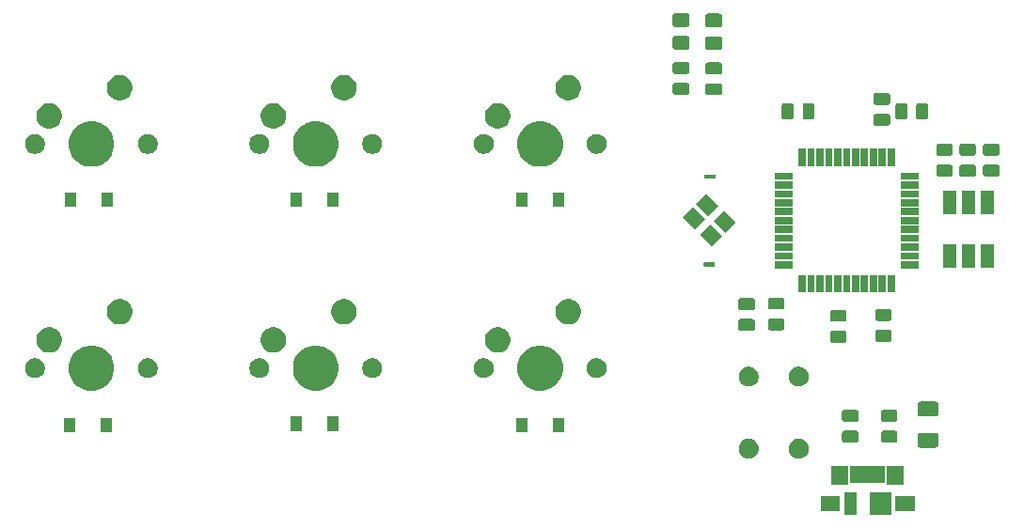
<source format=gbr>
G04 #@! TF.GenerationSoftware,KiCad,Pcbnew,5.1.5-52549c5~84~ubuntu18.04.1*
G04 #@! TF.CreationDate,2020-02-23T16:11:41-08:00*
G04 #@! TF.ProjectId,dotkb_micro,646f746b-625f-46d6-9963-726f2e6b6963,rev?*
G04 #@! TF.SameCoordinates,Original*
G04 #@! TF.FileFunction,Soldermask,Bot*
G04 #@! TF.FilePolarity,Negative*
%FSLAX46Y46*%
G04 Gerber Fmt 4.6, Leading zero omitted, Abs format (unit mm)*
G04 Created by KiCad (PCBNEW 5.1.5-52549c5~84~ubuntu18.04.1) date 2020-02-23 16:11:41*
%MOMM*%
%LPD*%
G04 APERTURE LIST*
%ADD10C,0.100000*%
G04 APERTURE END LIST*
D10*
G36*
X143330500Y-115923100D02*
G01*
X141428900Y-115923100D01*
X141428900Y-113921500D01*
X143330500Y-113921500D01*
X143330500Y-115923100D01*
G37*
G36*
X140230500Y-115923100D02*
G01*
X139128900Y-115923100D01*
X139128900Y-113921500D01*
X140230500Y-113921500D01*
X140230500Y-115923100D01*
G37*
G36*
X138730500Y-115623100D02*
G01*
X136978900Y-115623100D01*
X136978900Y-114221500D01*
X138730500Y-114221500D01*
X138730500Y-115623100D01*
G37*
G36*
X145480500Y-115623100D02*
G01*
X143728900Y-115623100D01*
X143728900Y-114221500D01*
X145480500Y-114221500D01*
X145480500Y-115623100D01*
G37*
G36*
X144480500Y-113173100D02*
G01*
X142953900Y-113173100D01*
X142953900Y-111521500D01*
X144480500Y-111521500D01*
X144480500Y-113173100D01*
G37*
G36*
X139505500Y-113173100D02*
G01*
X137978900Y-113173100D01*
X137978900Y-111521500D01*
X139505500Y-111521500D01*
X139505500Y-113173100D01*
G37*
G36*
X142805500Y-113003100D02*
G01*
X139653900Y-113003100D01*
X139653900Y-111521500D01*
X142805500Y-111521500D01*
X142805500Y-113003100D01*
G37*
G36*
X130763752Y-109090416D02*
G01*
X130927687Y-109158320D01*
X130927689Y-109158321D01*
X131075227Y-109256903D01*
X131200697Y-109382373D01*
X131200698Y-109382375D01*
X131299280Y-109529913D01*
X131367184Y-109693848D01*
X131401800Y-109867877D01*
X131401800Y-110045323D01*
X131367184Y-110219352D01*
X131367183Y-110219354D01*
X131299279Y-110383289D01*
X131200697Y-110530827D01*
X131075227Y-110656297D01*
X130927689Y-110754879D01*
X130927688Y-110754880D01*
X130927687Y-110754880D01*
X130763752Y-110822784D01*
X130589723Y-110857400D01*
X130412277Y-110857400D01*
X130238248Y-110822784D01*
X130074313Y-110754880D01*
X130074312Y-110754880D01*
X130074311Y-110754879D01*
X129926773Y-110656297D01*
X129801303Y-110530827D01*
X129702721Y-110383289D01*
X129634817Y-110219354D01*
X129634816Y-110219352D01*
X129600200Y-110045323D01*
X129600200Y-109867877D01*
X129634816Y-109693848D01*
X129702720Y-109529913D01*
X129801302Y-109382375D01*
X129801303Y-109382373D01*
X129926773Y-109256903D01*
X130074311Y-109158321D01*
X130074313Y-109158320D01*
X130238248Y-109090416D01*
X130412277Y-109055800D01*
X130589723Y-109055800D01*
X130763752Y-109090416D01*
G37*
G36*
X135263752Y-109090416D02*
G01*
X135427687Y-109158320D01*
X135427689Y-109158321D01*
X135575227Y-109256903D01*
X135700697Y-109382373D01*
X135700698Y-109382375D01*
X135799280Y-109529913D01*
X135867184Y-109693848D01*
X135901800Y-109867877D01*
X135901800Y-110045323D01*
X135867184Y-110219352D01*
X135867183Y-110219354D01*
X135799279Y-110383289D01*
X135700697Y-110530827D01*
X135575227Y-110656297D01*
X135427689Y-110754879D01*
X135427688Y-110754880D01*
X135427687Y-110754880D01*
X135263752Y-110822784D01*
X135089723Y-110857400D01*
X134912277Y-110857400D01*
X134738248Y-110822784D01*
X134574313Y-110754880D01*
X134574312Y-110754880D01*
X134574311Y-110754879D01*
X134426773Y-110656297D01*
X134301303Y-110530827D01*
X134202721Y-110383289D01*
X134134817Y-110219354D01*
X134134816Y-110219352D01*
X134100200Y-110045323D01*
X134100200Y-109867877D01*
X134134816Y-109693848D01*
X134202720Y-109529913D01*
X134301302Y-109382375D01*
X134301303Y-109382373D01*
X134426773Y-109256903D01*
X134574311Y-109158321D01*
X134574313Y-109158320D01*
X134738248Y-109090416D01*
X134912277Y-109055800D01*
X135089723Y-109055800D01*
X135263752Y-109090416D01*
G37*
G36*
X147379215Y-108523654D02*
G01*
X147424253Y-108537316D01*
X147465761Y-108559503D01*
X147502141Y-108589359D01*
X147531997Y-108625739D01*
X147554184Y-108667247D01*
X147567846Y-108712285D01*
X147572700Y-108761573D01*
X147572700Y-109627627D01*
X147567846Y-109676915D01*
X147554184Y-109721953D01*
X147531997Y-109763461D01*
X147502141Y-109799841D01*
X147465761Y-109829697D01*
X147424253Y-109851884D01*
X147379215Y-109865546D01*
X147329927Y-109870400D01*
X145963873Y-109870400D01*
X145914585Y-109865546D01*
X145869547Y-109851884D01*
X145828039Y-109829697D01*
X145791659Y-109799841D01*
X145761803Y-109763461D01*
X145739616Y-109721953D01*
X145725954Y-109676915D01*
X145721100Y-109627627D01*
X145721100Y-108761573D01*
X145725954Y-108712285D01*
X145739616Y-108667247D01*
X145761803Y-108625739D01*
X145791659Y-108589359D01*
X145828039Y-108559503D01*
X145869547Y-108537316D01*
X145914585Y-108523654D01*
X145963873Y-108518800D01*
X147329927Y-108518800D01*
X147379215Y-108523654D01*
G37*
G36*
X140203434Y-108331028D02*
G01*
X140249191Y-108344909D01*
X140291356Y-108367446D01*
X140328319Y-108397781D01*
X140358654Y-108434744D01*
X140381191Y-108476909D01*
X140395072Y-108522666D01*
X140400000Y-108572704D01*
X140400000Y-109156096D01*
X140395072Y-109206134D01*
X140381191Y-109251891D01*
X140358654Y-109294056D01*
X140328319Y-109331019D01*
X140291356Y-109361354D01*
X140249191Y-109383891D01*
X140203434Y-109397772D01*
X140153396Y-109402700D01*
X139145004Y-109402700D01*
X139094966Y-109397772D01*
X139049209Y-109383891D01*
X139007044Y-109361354D01*
X138970081Y-109331019D01*
X138939746Y-109294056D01*
X138917209Y-109251891D01*
X138903328Y-109206134D01*
X138898400Y-109156096D01*
X138898400Y-108572704D01*
X138903328Y-108522666D01*
X138917209Y-108476909D01*
X138939746Y-108434744D01*
X138970081Y-108397781D01*
X139007044Y-108367446D01*
X139049209Y-108344909D01*
X139094966Y-108331028D01*
X139145004Y-108326100D01*
X140153396Y-108326100D01*
X140203434Y-108331028D01*
G37*
G36*
X143708634Y-108331028D02*
G01*
X143754391Y-108344909D01*
X143796556Y-108367446D01*
X143833519Y-108397781D01*
X143863854Y-108434744D01*
X143886391Y-108476909D01*
X143900272Y-108522666D01*
X143905200Y-108572704D01*
X143905200Y-109156096D01*
X143900272Y-109206134D01*
X143886391Y-109251891D01*
X143863854Y-109294056D01*
X143833519Y-109331019D01*
X143796556Y-109361354D01*
X143754391Y-109383891D01*
X143708634Y-109397772D01*
X143658596Y-109402700D01*
X142650204Y-109402700D01*
X142600166Y-109397772D01*
X142554409Y-109383891D01*
X142512244Y-109361354D01*
X142475281Y-109331019D01*
X142444946Y-109294056D01*
X142422409Y-109251891D01*
X142408528Y-109206134D01*
X142403600Y-109156096D01*
X142403600Y-108572704D01*
X142408528Y-108522666D01*
X142422409Y-108476909D01*
X142444946Y-108434744D01*
X142475281Y-108397781D01*
X142512244Y-108367446D01*
X142554409Y-108344909D01*
X142600166Y-108331028D01*
X142650204Y-108326100D01*
X143658596Y-108326100D01*
X143708634Y-108331028D01*
G37*
G36*
X69844800Y-108473800D02*
G01*
X68843200Y-108473800D01*
X68843200Y-107172200D01*
X69844800Y-107172200D01*
X69844800Y-108473800D01*
G37*
G36*
X110610800Y-108473800D02*
G01*
X109609200Y-108473800D01*
X109609200Y-107172200D01*
X110610800Y-107172200D01*
X110610800Y-108473800D01*
G37*
G36*
X73144800Y-108473800D02*
G01*
X72143200Y-108473800D01*
X72143200Y-107172200D01*
X73144800Y-107172200D01*
X73144800Y-108473800D01*
G37*
G36*
X113910800Y-108473800D02*
G01*
X112909200Y-108473800D01*
X112909200Y-107172200D01*
X113910800Y-107172200D01*
X113910800Y-108473800D01*
G37*
G36*
X93590800Y-108346800D02*
G01*
X92589200Y-108346800D01*
X92589200Y-107045200D01*
X93590800Y-107045200D01*
X93590800Y-108346800D01*
G37*
G36*
X90290800Y-108346800D02*
G01*
X89289200Y-108346800D01*
X89289200Y-107045200D01*
X90290800Y-107045200D01*
X90290800Y-108346800D01*
G37*
G36*
X143708634Y-106456028D02*
G01*
X143754391Y-106469909D01*
X143796556Y-106492446D01*
X143833519Y-106522781D01*
X143863854Y-106559744D01*
X143886391Y-106601909D01*
X143900272Y-106647666D01*
X143905200Y-106697704D01*
X143905200Y-107281096D01*
X143900272Y-107331134D01*
X143886391Y-107376891D01*
X143863854Y-107419056D01*
X143833519Y-107456019D01*
X143796556Y-107486354D01*
X143754391Y-107508891D01*
X143708634Y-107522772D01*
X143658596Y-107527700D01*
X142650204Y-107527700D01*
X142600166Y-107522772D01*
X142554409Y-107508891D01*
X142512244Y-107486354D01*
X142475281Y-107456019D01*
X142444946Y-107419056D01*
X142422409Y-107376891D01*
X142408528Y-107331134D01*
X142403600Y-107281096D01*
X142403600Y-106697704D01*
X142408528Y-106647666D01*
X142422409Y-106601909D01*
X142444946Y-106559744D01*
X142475281Y-106522781D01*
X142512244Y-106492446D01*
X142554409Y-106469909D01*
X142600166Y-106456028D01*
X142650204Y-106451100D01*
X143658596Y-106451100D01*
X143708634Y-106456028D01*
G37*
G36*
X140203434Y-106456028D02*
G01*
X140249191Y-106469909D01*
X140291356Y-106492446D01*
X140328319Y-106522781D01*
X140358654Y-106559744D01*
X140381191Y-106601909D01*
X140395072Y-106647666D01*
X140400000Y-106697704D01*
X140400000Y-107281096D01*
X140395072Y-107331134D01*
X140381191Y-107376891D01*
X140358654Y-107419056D01*
X140328319Y-107456019D01*
X140291356Y-107486354D01*
X140249191Y-107508891D01*
X140203434Y-107522772D01*
X140153396Y-107527700D01*
X139145004Y-107527700D01*
X139094966Y-107522772D01*
X139049209Y-107508891D01*
X139007044Y-107486354D01*
X138970081Y-107456019D01*
X138939746Y-107419056D01*
X138917209Y-107376891D01*
X138903328Y-107331134D01*
X138898400Y-107281096D01*
X138898400Y-106697704D01*
X138903328Y-106647666D01*
X138917209Y-106601909D01*
X138939746Y-106559744D01*
X138970081Y-106522781D01*
X139007044Y-106492446D01*
X139049209Y-106469909D01*
X139094966Y-106456028D01*
X139145004Y-106451100D01*
X140153396Y-106451100D01*
X140203434Y-106456028D01*
G37*
G36*
X147379215Y-105723654D02*
G01*
X147424253Y-105737316D01*
X147465761Y-105759503D01*
X147502141Y-105789359D01*
X147531997Y-105825739D01*
X147554184Y-105867247D01*
X147567846Y-105912285D01*
X147572700Y-105961573D01*
X147572700Y-106827627D01*
X147567846Y-106876915D01*
X147554184Y-106921953D01*
X147531997Y-106963461D01*
X147502141Y-106999841D01*
X147465761Y-107029697D01*
X147424253Y-107051884D01*
X147379215Y-107065546D01*
X147329927Y-107070400D01*
X145963873Y-107070400D01*
X145914585Y-107065546D01*
X145869547Y-107051884D01*
X145828039Y-107029697D01*
X145791659Y-106999841D01*
X145761803Y-106963461D01*
X145739616Y-106921953D01*
X145725954Y-106876915D01*
X145721100Y-106827627D01*
X145721100Y-105961573D01*
X145725954Y-105912285D01*
X145739616Y-105867247D01*
X145761803Y-105825739D01*
X145791659Y-105789359D01*
X145828039Y-105759503D01*
X145869547Y-105737316D01*
X145914585Y-105723654D01*
X145963873Y-105718800D01*
X147329927Y-105718800D01*
X147379215Y-105723654D01*
G37*
G36*
X112320196Y-100726011D02*
G01*
X112693418Y-100880605D01*
X112860223Y-100992061D01*
X113029310Y-101105041D01*
X113314961Y-101390692D01*
X113314962Y-101390694D01*
X113539397Y-101726584D01*
X113693991Y-102099806D01*
X113772801Y-102496013D01*
X113772801Y-102899989D01*
X113693991Y-103296196D01*
X113539397Y-103669418D01*
X113539396Y-103669419D01*
X113314961Y-104005310D01*
X113029310Y-104290961D01*
X112981685Y-104322783D01*
X112693418Y-104515397D01*
X112320196Y-104669991D01*
X111923989Y-104748801D01*
X111520013Y-104748801D01*
X111123806Y-104669991D01*
X110750584Y-104515397D01*
X110462317Y-104322783D01*
X110414692Y-104290961D01*
X110129041Y-104005310D01*
X109904606Y-103669419D01*
X109904605Y-103669418D01*
X109750011Y-103296196D01*
X109671201Y-102899989D01*
X109671201Y-102496013D01*
X109750011Y-102099806D01*
X109904605Y-101726584D01*
X110129040Y-101390694D01*
X110129041Y-101390692D01*
X110414692Y-101105041D01*
X110583779Y-100992061D01*
X110750584Y-100880605D01*
X111123806Y-100726011D01*
X111520013Y-100647201D01*
X111923989Y-100647201D01*
X112320196Y-100726011D01*
G37*
G36*
X71920196Y-100726011D02*
G01*
X72293418Y-100880605D01*
X72460223Y-100992061D01*
X72629310Y-101105041D01*
X72914961Y-101390692D01*
X72914962Y-101390694D01*
X73139397Y-101726584D01*
X73293991Y-102099806D01*
X73372801Y-102496013D01*
X73372801Y-102899989D01*
X73293991Y-103296196D01*
X73139397Y-103669418D01*
X73139396Y-103669419D01*
X72914961Y-104005310D01*
X72629310Y-104290961D01*
X72581685Y-104322783D01*
X72293418Y-104515397D01*
X71920196Y-104669991D01*
X71523989Y-104748801D01*
X71120013Y-104748801D01*
X70723806Y-104669991D01*
X70350584Y-104515397D01*
X70062317Y-104322783D01*
X70014692Y-104290961D01*
X69729041Y-104005310D01*
X69504606Y-103669419D01*
X69504605Y-103669418D01*
X69350011Y-103296196D01*
X69271201Y-102899989D01*
X69271201Y-102496013D01*
X69350011Y-102099806D01*
X69504605Y-101726584D01*
X69729040Y-101390694D01*
X69729041Y-101390692D01*
X70014692Y-101105041D01*
X70183779Y-100992061D01*
X70350584Y-100880605D01*
X70723806Y-100726011D01*
X71120013Y-100647201D01*
X71523989Y-100647201D01*
X71920196Y-100726011D01*
G37*
G36*
X92120196Y-100726011D02*
G01*
X92493418Y-100880605D01*
X92660223Y-100992061D01*
X92829310Y-101105041D01*
X93114961Y-101390692D01*
X93114962Y-101390694D01*
X93339397Y-101726584D01*
X93493991Y-102099806D01*
X93572801Y-102496013D01*
X93572801Y-102899989D01*
X93493991Y-103296196D01*
X93339397Y-103669418D01*
X93339396Y-103669419D01*
X93114961Y-104005310D01*
X92829310Y-104290961D01*
X92781685Y-104322783D01*
X92493418Y-104515397D01*
X92120196Y-104669991D01*
X91723989Y-104748801D01*
X91320013Y-104748801D01*
X90923806Y-104669991D01*
X90550584Y-104515397D01*
X90262317Y-104322783D01*
X90214692Y-104290961D01*
X89929041Y-104005310D01*
X89704606Y-103669419D01*
X89704605Y-103669418D01*
X89550011Y-103296196D01*
X89471201Y-102899989D01*
X89471201Y-102496013D01*
X89550011Y-102099806D01*
X89704605Y-101726584D01*
X89929040Y-101390694D01*
X89929041Y-101390692D01*
X90214692Y-101105041D01*
X90383779Y-100992061D01*
X90550584Y-100880605D01*
X90923806Y-100726011D01*
X91320013Y-100647201D01*
X91723989Y-100647201D01*
X92120196Y-100726011D01*
G37*
G36*
X135263752Y-102590416D02*
G01*
X135427687Y-102658320D01*
X135427689Y-102658321D01*
X135575227Y-102756903D01*
X135700697Y-102882373D01*
X135753069Y-102960753D01*
X135799280Y-103029913D01*
X135867184Y-103193848D01*
X135901800Y-103367877D01*
X135901800Y-103545323D01*
X135867184Y-103719352D01*
X135867183Y-103719354D01*
X135799279Y-103883289D01*
X135700697Y-104030827D01*
X135575227Y-104156297D01*
X135427689Y-104254879D01*
X135427688Y-104254880D01*
X135427687Y-104254880D01*
X135263752Y-104322784D01*
X135089723Y-104357400D01*
X134912277Y-104357400D01*
X134738248Y-104322784D01*
X134574313Y-104254880D01*
X134574312Y-104254880D01*
X134574311Y-104254879D01*
X134426773Y-104156297D01*
X134301303Y-104030827D01*
X134202721Y-103883289D01*
X134134817Y-103719354D01*
X134134816Y-103719352D01*
X134100200Y-103545323D01*
X134100200Y-103367877D01*
X134134816Y-103193848D01*
X134202720Y-103029913D01*
X134248931Y-102960753D01*
X134301303Y-102882373D01*
X134426773Y-102756903D01*
X134574311Y-102658321D01*
X134574313Y-102658320D01*
X134738248Y-102590416D01*
X134912277Y-102555800D01*
X135089723Y-102555800D01*
X135263752Y-102590416D01*
G37*
G36*
X130763752Y-102590416D02*
G01*
X130927687Y-102658320D01*
X130927689Y-102658321D01*
X131075227Y-102756903D01*
X131200697Y-102882373D01*
X131253069Y-102960753D01*
X131299280Y-103029913D01*
X131367184Y-103193848D01*
X131401800Y-103367877D01*
X131401800Y-103545323D01*
X131367184Y-103719352D01*
X131367183Y-103719354D01*
X131299279Y-103883289D01*
X131200697Y-104030827D01*
X131075227Y-104156297D01*
X130927689Y-104254879D01*
X130927688Y-104254880D01*
X130927687Y-104254880D01*
X130763752Y-104322784D01*
X130589723Y-104357400D01*
X130412277Y-104357400D01*
X130238248Y-104322784D01*
X130074313Y-104254880D01*
X130074312Y-104254880D01*
X130074311Y-104254879D01*
X129926773Y-104156297D01*
X129801303Y-104030827D01*
X129702721Y-103883289D01*
X129634817Y-103719354D01*
X129634816Y-103719352D01*
X129600200Y-103545323D01*
X129600200Y-103367877D01*
X129634816Y-103193848D01*
X129702720Y-103029913D01*
X129748931Y-102960753D01*
X129801303Y-102882373D01*
X129926773Y-102756903D01*
X130074311Y-102658321D01*
X130074313Y-102658320D01*
X130238248Y-102590416D01*
X130412277Y-102555800D01*
X130589723Y-102555800D01*
X130763752Y-102590416D01*
G37*
G36*
X96864753Y-101831817D02*
G01*
X96864756Y-101831818D01*
X96864755Y-101831818D01*
X97028690Y-101899722D01*
X97176228Y-101998304D01*
X97301698Y-102123774D01*
X97301699Y-102123776D01*
X97400281Y-102271314D01*
X97468185Y-102435249D01*
X97502801Y-102609278D01*
X97502801Y-102786724D01*
X97468185Y-102960753D01*
X97468184Y-102960755D01*
X97400280Y-103124690D01*
X97301698Y-103272228D01*
X97176228Y-103397698D01*
X97028690Y-103496280D01*
X97028689Y-103496281D01*
X97028688Y-103496281D01*
X96864753Y-103564185D01*
X96690724Y-103598801D01*
X96513278Y-103598801D01*
X96339249Y-103564185D01*
X96175314Y-103496281D01*
X96175313Y-103496281D01*
X96175312Y-103496280D01*
X96027774Y-103397698D01*
X95902304Y-103272228D01*
X95803722Y-103124690D01*
X95735818Y-102960755D01*
X95735817Y-102960753D01*
X95701201Y-102786724D01*
X95701201Y-102609278D01*
X95735817Y-102435249D01*
X95803721Y-102271314D01*
X95902303Y-102123776D01*
X95902304Y-102123774D01*
X96027774Y-101998304D01*
X96175312Y-101899722D01*
X96339247Y-101831818D01*
X96339246Y-101831818D01*
X96339249Y-101831817D01*
X96513278Y-101797201D01*
X96690724Y-101797201D01*
X96864753Y-101831817D01*
G37*
G36*
X117064753Y-101831817D02*
G01*
X117064756Y-101831818D01*
X117064755Y-101831818D01*
X117228690Y-101899722D01*
X117376228Y-101998304D01*
X117501698Y-102123774D01*
X117501699Y-102123776D01*
X117600281Y-102271314D01*
X117668185Y-102435249D01*
X117702801Y-102609278D01*
X117702801Y-102786724D01*
X117668185Y-102960753D01*
X117668184Y-102960755D01*
X117600280Y-103124690D01*
X117501698Y-103272228D01*
X117376228Y-103397698D01*
X117228690Y-103496280D01*
X117228689Y-103496281D01*
X117228688Y-103496281D01*
X117064753Y-103564185D01*
X116890724Y-103598801D01*
X116713278Y-103598801D01*
X116539249Y-103564185D01*
X116375314Y-103496281D01*
X116375313Y-103496281D01*
X116375312Y-103496280D01*
X116227774Y-103397698D01*
X116102304Y-103272228D01*
X116003722Y-103124690D01*
X115935818Y-102960755D01*
X115935817Y-102960753D01*
X115901201Y-102786724D01*
X115901201Y-102609278D01*
X115935817Y-102435249D01*
X116003721Y-102271314D01*
X116102303Y-102123776D01*
X116102304Y-102123774D01*
X116227774Y-101998304D01*
X116375312Y-101899722D01*
X116539247Y-101831818D01*
X116539246Y-101831818D01*
X116539249Y-101831817D01*
X116713278Y-101797201D01*
X116890724Y-101797201D01*
X117064753Y-101831817D01*
G37*
G36*
X76664753Y-101831817D02*
G01*
X76664756Y-101831818D01*
X76664755Y-101831818D01*
X76828690Y-101899722D01*
X76976228Y-101998304D01*
X77101698Y-102123774D01*
X77101699Y-102123776D01*
X77200281Y-102271314D01*
X77268185Y-102435249D01*
X77302801Y-102609278D01*
X77302801Y-102786724D01*
X77268185Y-102960753D01*
X77268184Y-102960755D01*
X77200280Y-103124690D01*
X77101698Y-103272228D01*
X76976228Y-103397698D01*
X76828690Y-103496280D01*
X76828689Y-103496281D01*
X76828688Y-103496281D01*
X76664753Y-103564185D01*
X76490724Y-103598801D01*
X76313278Y-103598801D01*
X76139249Y-103564185D01*
X75975314Y-103496281D01*
X75975313Y-103496281D01*
X75975312Y-103496280D01*
X75827774Y-103397698D01*
X75702304Y-103272228D01*
X75603722Y-103124690D01*
X75535818Y-102960755D01*
X75535817Y-102960753D01*
X75501201Y-102786724D01*
X75501201Y-102609278D01*
X75535817Y-102435249D01*
X75603721Y-102271314D01*
X75702303Y-102123776D01*
X75702304Y-102123774D01*
X75827774Y-101998304D01*
X75975312Y-101899722D01*
X76139247Y-101831818D01*
X76139246Y-101831818D01*
X76139249Y-101831817D01*
X76313278Y-101797201D01*
X76490724Y-101797201D01*
X76664753Y-101831817D01*
G37*
G36*
X66504753Y-101831817D02*
G01*
X66504756Y-101831818D01*
X66504755Y-101831818D01*
X66668690Y-101899722D01*
X66816228Y-101998304D01*
X66941698Y-102123774D01*
X66941699Y-102123776D01*
X67040281Y-102271314D01*
X67108185Y-102435249D01*
X67142801Y-102609278D01*
X67142801Y-102786724D01*
X67108185Y-102960753D01*
X67108184Y-102960755D01*
X67040280Y-103124690D01*
X66941698Y-103272228D01*
X66816228Y-103397698D01*
X66668690Y-103496280D01*
X66668689Y-103496281D01*
X66668688Y-103496281D01*
X66504753Y-103564185D01*
X66330724Y-103598801D01*
X66153278Y-103598801D01*
X65979249Y-103564185D01*
X65815314Y-103496281D01*
X65815313Y-103496281D01*
X65815312Y-103496280D01*
X65667774Y-103397698D01*
X65542304Y-103272228D01*
X65443722Y-103124690D01*
X65375818Y-102960755D01*
X65375817Y-102960753D01*
X65341201Y-102786724D01*
X65341201Y-102609278D01*
X65375817Y-102435249D01*
X65443721Y-102271314D01*
X65542303Y-102123776D01*
X65542304Y-102123774D01*
X65667774Y-101998304D01*
X65815312Y-101899722D01*
X65979247Y-101831818D01*
X65979246Y-101831818D01*
X65979249Y-101831817D01*
X66153278Y-101797201D01*
X66330724Y-101797201D01*
X66504753Y-101831817D01*
G37*
G36*
X86704753Y-101831817D02*
G01*
X86704756Y-101831818D01*
X86704755Y-101831818D01*
X86868690Y-101899722D01*
X87016228Y-101998304D01*
X87141698Y-102123774D01*
X87141699Y-102123776D01*
X87240281Y-102271314D01*
X87308185Y-102435249D01*
X87342801Y-102609278D01*
X87342801Y-102786724D01*
X87308185Y-102960753D01*
X87308184Y-102960755D01*
X87240280Y-103124690D01*
X87141698Y-103272228D01*
X87016228Y-103397698D01*
X86868690Y-103496280D01*
X86868689Y-103496281D01*
X86868688Y-103496281D01*
X86704753Y-103564185D01*
X86530724Y-103598801D01*
X86353278Y-103598801D01*
X86179249Y-103564185D01*
X86015314Y-103496281D01*
X86015313Y-103496281D01*
X86015312Y-103496280D01*
X85867774Y-103397698D01*
X85742304Y-103272228D01*
X85643722Y-103124690D01*
X85575818Y-102960755D01*
X85575817Y-102960753D01*
X85541201Y-102786724D01*
X85541201Y-102609278D01*
X85575817Y-102435249D01*
X85643721Y-102271314D01*
X85742303Y-102123776D01*
X85742304Y-102123774D01*
X85867774Y-101998304D01*
X86015312Y-101899722D01*
X86179247Y-101831818D01*
X86179246Y-101831818D01*
X86179249Y-101831817D01*
X86353278Y-101797201D01*
X86530724Y-101797201D01*
X86704753Y-101831817D01*
G37*
G36*
X106904753Y-101831817D02*
G01*
X106904756Y-101831818D01*
X106904755Y-101831818D01*
X107068690Y-101899722D01*
X107216228Y-101998304D01*
X107341698Y-102123774D01*
X107341699Y-102123776D01*
X107440281Y-102271314D01*
X107508185Y-102435249D01*
X107542801Y-102609278D01*
X107542801Y-102786724D01*
X107508185Y-102960753D01*
X107508184Y-102960755D01*
X107440280Y-103124690D01*
X107341698Y-103272228D01*
X107216228Y-103397698D01*
X107068690Y-103496280D01*
X107068689Y-103496281D01*
X107068688Y-103496281D01*
X106904753Y-103564185D01*
X106730724Y-103598801D01*
X106553278Y-103598801D01*
X106379249Y-103564185D01*
X106215314Y-103496281D01*
X106215313Y-103496281D01*
X106215312Y-103496280D01*
X106067774Y-103397698D01*
X105942304Y-103272228D01*
X105843722Y-103124690D01*
X105775818Y-102960755D01*
X105775817Y-102960753D01*
X105741201Y-102786724D01*
X105741201Y-102609278D01*
X105775817Y-102435249D01*
X105843721Y-102271314D01*
X105942303Y-102123776D01*
X105942304Y-102123774D01*
X106067774Y-101998304D01*
X106215312Y-101899722D01*
X106379247Y-101831818D01*
X106379246Y-101831818D01*
X106379249Y-101831817D01*
X106553278Y-101797201D01*
X106730724Y-101797201D01*
X106904753Y-101831817D01*
G37*
G36*
X108247675Y-99051425D02*
G01*
X108247678Y-99051426D01*
X108247677Y-99051426D01*
X108457109Y-99138175D01*
X108645593Y-99264116D01*
X108805886Y-99424409D01*
X108931827Y-99612893D01*
X108931827Y-99612894D01*
X109018577Y-99822327D01*
X109062801Y-100044656D01*
X109062801Y-100271346D01*
X109018577Y-100493675D01*
X109018576Y-100493677D01*
X108931827Y-100703109D01*
X108805886Y-100891593D01*
X108645593Y-101051886D01*
X108457109Y-101177827D01*
X108309018Y-101239168D01*
X108247675Y-101264577D01*
X108025346Y-101308801D01*
X107798656Y-101308801D01*
X107576327Y-101264577D01*
X107514984Y-101239168D01*
X107366893Y-101177827D01*
X107178409Y-101051886D01*
X107018116Y-100891593D01*
X106892175Y-100703109D01*
X106805426Y-100493677D01*
X106805425Y-100493675D01*
X106761201Y-100271346D01*
X106761201Y-100044656D01*
X106805425Y-99822327D01*
X106892175Y-99612894D01*
X106892175Y-99612893D01*
X107018116Y-99424409D01*
X107178409Y-99264116D01*
X107366893Y-99138175D01*
X107576325Y-99051426D01*
X107576324Y-99051426D01*
X107576327Y-99051425D01*
X107798656Y-99007201D01*
X108025346Y-99007201D01*
X108247675Y-99051425D01*
G37*
G36*
X88047675Y-99051425D02*
G01*
X88047678Y-99051426D01*
X88047677Y-99051426D01*
X88257109Y-99138175D01*
X88445593Y-99264116D01*
X88605886Y-99424409D01*
X88731827Y-99612893D01*
X88731827Y-99612894D01*
X88818577Y-99822327D01*
X88862801Y-100044656D01*
X88862801Y-100271346D01*
X88818577Y-100493675D01*
X88818576Y-100493677D01*
X88731827Y-100703109D01*
X88605886Y-100891593D01*
X88445593Y-101051886D01*
X88257109Y-101177827D01*
X88109018Y-101239168D01*
X88047675Y-101264577D01*
X87825346Y-101308801D01*
X87598656Y-101308801D01*
X87376327Y-101264577D01*
X87314984Y-101239168D01*
X87166893Y-101177827D01*
X86978409Y-101051886D01*
X86818116Y-100891593D01*
X86692175Y-100703109D01*
X86605426Y-100493677D01*
X86605425Y-100493675D01*
X86561201Y-100271346D01*
X86561201Y-100044656D01*
X86605425Y-99822327D01*
X86692175Y-99612894D01*
X86692175Y-99612893D01*
X86818116Y-99424409D01*
X86978409Y-99264116D01*
X87166893Y-99138175D01*
X87376325Y-99051426D01*
X87376324Y-99051426D01*
X87376327Y-99051425D01*
X87598656Y-99007201D01*
X87825346Y-99007201D01*
X88047675Y-99051425D01*
G37*
G36*
X67847675Y-99051425D02*
G01*
X67847678Y-99051426D01*
X67847677Y-99051426D01*
X68057109Y-99138175D01*
X68245593Y-99264116D01*
X68405886Y-99424409D01*
X68531827Y-99612893D01*
X68531827Y-99612894D01*
X68618577Y-99822327D01*
X68662801Y-100044656D01*
X68662801Y-100271346D01*
X68618577Y-100493675D01*
X68618576Y-100493677D01*
X68531827Y-100703109D01*
X68405886Y-100891593D01*
X68245593Y-101051886D01*
X68057109Y-101177827D01*
X67909018Y-101239168D01*
X67847675Y-101264577D01*
X67625346Y-101308801D01*
X67398656Y-101308801D01*
X67176327Y-101264577D01*
X67114984Y-101239168D01*
X66966893Y-101177827D01*
X66778409Y-101051886D01*
X66618116Y-100891593D01*
X66492175Y-100703109D01*
X66405426Y-100493677D01*
X66405425Y-100493675D01*
X66361201Y-100271346D01*
X66361201Y-100044656D01*
X66405425Y-99822327D01*
X66492175Y-99612894D01*
X66492175Y-99612893D01*
X66618116Y-99424409D01*
X66778409Y-99264116D01*
X66966893Y-99138175D01*
X67176325Y-99051426D01*
X67176324Y-99051426D01*
X67176327Y-99051425D01*
X67398656Y-99007201D01*
X67625346Y-99007201D01*
X67847675Y-99051425D01*
G37*
G36*
X139123934Y-99324428D02*
G01*
X139169691Y-99338309D01*
X139211856Y-99360846D01*
X139248819Y-99391181D01*
X139279154Y-99428144D01*
X139301691Y-99470309D01*
X139315572Y-99516066D01*
X139320500Y-99566104D01*
X139320500Y-100149496D01*
X139315572Y-100199534D01*
X139301691Y-100245291D01*
X139279154Y-100287456D01*
X139248819Y-100324419D01*
X139211856Y-100354754D01*
X139169691Y-100377291D01*
X139123934Y-100391172D01*
X139073896Y-100396100D01*
X138065504Y-100396100D01*
X138015466Y-100391172D01*
X137969709Y-100377291D01*
X137927544Y-100354754D01*
X137890581Y-100324419D01*
X137860246Y-100287456D01*
X137837709Y-100245291D01*
X137823828Y-100199534D01*
X137818900Y-100149496D01*
X137818900Y-99566104D01*
X137823828Y-99516066D01*
X137837709Y-99470309D01*
X137860246Y-99428144D01*
X137890581Y-99391181D01*
X137927544Y-99360846D01*
X137969709Y-99338309D01*
X138015466Y-99324428D01*
X138065504Y-99319500D01*
X139073896Y-99319500D01*
X139123934Y-99324428D01*
G37*
G36*
X143187934Y-99245928D02*
G01*
X143233691Y-99259809D01*
X143275856Y-99282346D01*
X143312819Y-99312681D01*
X143343154Y-99349644D01*
X143365691Y-99391809D01*
X143379572Y-99437566D01*
X143384500Y-99487604D01*
X143384500Y-100070996D01*
X143379572Y-100121034D01*
X143365691Y-100166791D01*
X143343154Y-100208956D01*
X143312819Y-100245919D01*
X143275856Y-100276254D01*
X143233691Y-100298791D01*
X143187934Y-100312672D01*
X143137896Y-100317600D01*
X142129504Y-100317600D01*
X142079466Y-100312672D01*
X142033709Y-100298791D01*
X141991544Y-100276254D01*
X141954581Y-100245919D01*
X141924246Y-100208956D01*
X141901709Y-100166791D01*
X141887828Y-100121034D01*
X141882900Y-100070996D01*
X141882900Y-99487604D01*
X141887828Y-99437566D01*
X141901709Y-99391809D01*
X141924246Y-99349644D01*
X141954581Y-99312681D01*
X141991544Y-99282346D01*
X142033709Y-99259809D01*
X142079466Y-99245928D01*
X142129504Y-99241000D01*
X143137896Y-99241000D01*
X143187934Y-99245928D01*
G37*
G36*
X130868934Y-98255328D02*
G01*
X130914691Y-98269209D01*
X130956856Y-98291746D01*
X130993819Y-98322081D01*
X131024154Y-98359044D01*
X131046691Y-98401209D01*
X131060572Y-98446966D01*
X131065500Y-98497004D01*
X131065500Y-99080396D01*
X131060572Y-99130434D01*
X131046691Y-99176191D01*
X131024154Y-99218356D01*
X130993819Y-99255319D01*
X130956856Y-99285654D01*
X130914691Y-99308191D01*
X130868934Y-99322072D01*
X130818896Y-99327000D01*
X129810504Y-99327000D01*
X129760466Y-99322072D01*
X129714709Y-99308191D01*
X129672544Y-99285654D01*
X129635581Y-99255319D01*
X129605246Y-99218356D01*
X129582709Y-99176191D01*
X129568828Y-99130434D01*
X129563900Y-99080396D01*
X129563900Y-98497004D01*
X129568828Y-98446966D01*
X129582709Y-98401209D01*
X129605246Y-98359044D01*
X129635581Y-98322081D01*
X129672544Y-98291746D01*
X129714709Y-98269209D01*
X129760466Y-98255328D01*
X129810504Y-98250400D01*
X130818896Y-98250400D01*
X130868934Y-98255328D01*
G37*
G36*
X133548634Y-98217228D02*
G01*
X133594391Y-98231109D01*
X133636556Y-98253646D01*
X133673519Y-98283981D01*
X133703854Y-98320944D01*
X133726391Y-98363109D01*
X133740272Y-98408866D01*
X133745200Y-98458904D01*
X133745200Y-99042296D01*
X133740272Y-99092334D01*
X133726391Y-99138091D01*
X133703854Y-99180256D01*
X133673519Y-99217219D01*
X133636556Y-99247554D01*
X133594391Y-99270091D01*
X133548634Y-99283972D01*
X133498596Y-99288900D01*
X132490204Y-99288900D01*
X132440166Y-99283972D01*
X132394409Y-99270091D01*
X132352244Y-99247554D01*
X132315281Y-99217219D01*
X132284946Y-99180256D01*
X132262409Y-99138091D01*
X132248528Y-99092334D01*
X132243600Y-99042296D01*
X132243600Y-98458904D01*
X132248528Y-98408866D01*
X132262409Y-98363109D01*
X132284946Y-98320944D01*
X132315281Y-98283981D01*
X132352244Y-98253646D01*
X132394409Y-98231109D01*
X132440166Y-98217228D01*
X132490204Y-98212300D01*
X133498596Y-98212300D01*
X133548634Y-98217228D01*
G37*
G36*
X74197675Y-96511425D02*
G01*
X74197678Y-96511426D01*
X74197677Y-96511426D01*
X74407109Y-96598175D01*
X74595593Y-96724116D01*
X74755886Y-96884409D01*
X74881827Y-97072893D01*
X74881827Y-97072894D01*
X74968577Y-97282327D01*
X75012801Y-97504656D01*
X75012801Y-97731346D01*
X74968577Y-97953675D01*
X74968576Y-97953677D01*
X74881827Y-98163109D01*
X74755886Y-98351593D01*
X74595593Y-98511886D01*
X74407109Y-98637827D01*
X74259018Y-98699168D01*
X74197675Y-98724577D01*
X73975346Y-98768801D01*
X73748656Y-98768801D01*
X73526327Y-98724577D01*
X73464984Y-98699168D01*
X73316893Y-98637827D01*
X73128409Y-98511886D01*
X72968116Y-98351593D01*
X72842175Y-98163109D01*
X72755426Y-97953677D01*
X72755425Y-97953675D01*
X72711201Y-97731346D01*
X72711201Y-97504656D01*
X72755425Y-97282327D01*
X72842175Y-97072894D01*
X72842175Y-97072893D01*
X72968116Y-96884409D01*
X73128409Y-96724116D01*
X73316893Y-96598175D01*
X73526325Y-96511426D01*
X73526324Y-96511426D01*
X73526327Y-96511425D01*
X73748656Y-96467201D01*
X73975346Y-96467201D01*
X74197675Y-96511425D01*
G37*
G36*
X94397675Y-96511425D02*
G01*
X94397678Y-96511426D01*
X94397677Y-96511426D01*
X94607109Y-96598175D01*
X94795593Y-96724116D01*
X94955886Y-96884409D01*
X95081827Y-97072893D01*
X95081827Y-97072894D01*
X95168577Y-97282327D01*
X95212801Y-97504656D01*
X95212801Y-97731346D01*
X95168577Y-97953675D01*
X95168576Y-97953677D01*
X95081827Y-98163109D01*
X94955886Y-98351593D01*
X94795593Y-98511886D01*
X94607109Y-98637827D01*
X94459018Y-98699168D01*
X94397675Y-98724577D01*
X94175346Y-98768801D01*
X93948656Y-98768801D01*
X93726327Y-98724577D01*
X93664984Y-98699168D01*
X93516893Y-98637827D01*
X93328409Y-98511886D01*
X93168116Y-98351593D01*
X93042175Y-98163109D01*
X92955426Y-97953677D01*
X92955425Y-97953675D01*
X92911201Y-97731346D01*
X92911201Y-97504656D01*
X92955425Y-97282327D01*
X93042175Y-97072894D01*
X93042175Y-97072893D01*
X93168116Y-96884409D01*
X93328409Y-96724116D01*
X93516893Y-96598175D01*
X93726325Y-96511426D01*
X93726324Y-96511426D01*
X93726327Y-96511425D01*
X93948656Y-96467201D01*
X94175346Y-96467201D01*
X94397675Y-96511425D01*
G37*
G36*
X114597675Y-96511425D02*
G01*
X114597678Y-96511426D01*
X114597677Y-96511426D01*
X114807109Y-96598175D01*
X114995593Y-96724116D01*
X115155886Y-96884409D01*
X115281827Y-97072893D01*
X115281827Y-97072894D01*
X115368577Y-97282327D01*
X115412801Y-97504656D01*
X115412801Y-97731346D01*
X115368577Y-97953675D01*
X115368576Y-97953677D01*
X115281827Y-98163109D01*
X115155886Y-98351593D01*
X114995593Y-98511886D01*
X114807109Y-98637827D01*
X114659018Y-98699168D01*
X114597675Y-98724577D01*
X114375346Y-98768801D01*
X114148656Y-98768801D01*
X113926327Y-98724577D01*
X113864984Y-98699168D01*
X113716893Y-98637827D01*
X113528409Y-98511886D01*
X113368116Y-98351593D01*
X113242175Y-98163109D01*
X113155426Y-97953677D01*
X113155425Y-97953675D01*
X113111201Y-97731346D01*
X113111201Y-97504656D01*
X113155425Y-97282327D01*
X113242175Y-97072894D01*
X113242175Y-97072893D01*
X113368116Y-96884409D01*
X113528409Y-96724116D01*
X113716893Y-96598175D01*
X113926325Y-96511426D01*
X113926324Y-96511426D01*
X113926327Y-96511425D01*
X114148656Y-96467201D01*
X114375346Y-96467201D01*
X114597675Y-96511425D01*
G37*
G36*
X139123934Y-97449428D02*
G01*
X139169691Y-97463309D01*
X139211856Y-97485846D01*
X139248819Y-97516181D01*
X139279154Y-97553144D01*
X139301691Y-97595309D01*
X139315572Y-97641066D01*
X139320500Y-97691104D01*
X139320500Y-98274496D01*
X139315572Y-98324534D01*
X139301691Y-98370291D01*
X139279154Y-98412456D01*
X139248819Y-98449419D01*
X139211856Y-98479754D01*
X139169691Y-98502291D01*
X139123934Y-98516172D01*
X139073896Y-98521100D01*
X138065504Y-98521100D01*
X138015466Y-98516172D01*
X137969709Y-98502291D01*
X137927544Y-98479754D01*
X137890581Y-98449419D01*
X137860246Y-98412456D01*
X137837709Y-98370291D01*
X137823828Y-98324534D01*
X137818900Y-98274496D01*
X137818900Y-97691104D01*
X137823828Y-97641066D01*
X137837709Y-97595309D01*
X137860246Y-97553144D01*
X137890581Y-97516181D01*
X137927544Y-97485846D01*
X137969709Y-97463309D01*
X138015466Y-97449428D01*
X138065504Y-97444500D01*
X139073896Y-97444500D01*
X139123934Y-97449428D01*
G37*
G36*
X143187934Y-97370928D02*
G01*
X143233691Y-97384809D01*
X143275856Y-97407346D01*
X143312819Y-97437681D01*
X143343154Y-97474644D01*
X143365691Y-97516809D01*
X143379572Y-97562566D01*
X143384500Y-97612604D01*
X143384500Y-98195996D01*
X143379572Y-98246034D01*
X143365691Y-98291791D01*
X143343154Y-98333956D01*
X143312819Y-98370919D01*
X143275856Y-98401254D01*
X143233691Y-98423791D01*
X143187934Y-98437672D01*
X143137896Y-98442600D01*
X142129504Y-98442600D01*
X142079466Y-98437672D01*
X142033709Y-98423791D01*
X141991544Y-98401254D01*
X141954581Y-98370919D01*
X141924246Y-98333956D01*
X141901709Y-98291791D01*
X141887828Y-98246034D01*
X141882900Y-98195996D01*
X141882900Y-97612604D01*
X141887828Y-97562566D01*
X141901709Y-97516809D01*
X141924246Y-97474644D01*
X141954581Y-97437681D01*
X141991544Y-97407346D01*
X142033709Y-97384809D01*
X142079466Y-97370928D01*
X142129504Y-97366000D01*
X143137896Y-97366000D01*
X143187934Y-97370928D01*
G37*
G36*
X130868934Y-96380328D02*
G01*
X130914691Y-96394209D01*
X130956856Y-96416746D01*
X130993819Y-96447081D01*
X131024154Y-96484044D01*
X131046691Y-96526209D01*
X131060572Y-96571966D01*
X131065500Y-96622004D01*
X131065500Y-97205396D01*
X131060572Y-97255434D01*
X131046691Y-97301191D01*
X131024154Y-97343356D01*
X130993819Y-97380319D01*
X130956856Y-97410654D01*
X130914691Y-97433191D01*
X130868934Y-97447072D01*
X130818896Y-97452000D01*
X129810504Y-97452000D01*
X129760466Y-97447072D01*
X129714709Y-97433191D01*
X129672544Y-97410654D01*
X129635581Y-97380319D01*
X129605246Y-97343356D01*
X129582709Y-97301191D01*
X129568828Y-97255434D01*
X129563900Y-97205396D01*
X129563900Y-96622004D01*
X129568828Y-96571966D01*
X129582709Y-96526209D01*
X129605246Y-96484044D01*
X129635581Y-96447081D01*
X129672544Y-96416746D01*
X129714709Y-96394209D01*
X129760466Y-96380328D01*
X129810504Y-96375400D01*
X130818896Y-96375400D01*
X130868934Y-96380328D01*
G37*
G36*
X133548634Y-96342228D02*
G01*
X133594391Y-96356109D01*
X133636556Y-96378646D01*
X133673519Y-96408981D01*
X133703854Y-96445944D01*
X133726391Y-96488109D01*
X133740272Y-96533866D01*
X133745200Y-96583904D01*
X133745200Y-97167296D01*
X133740272Y-97217334D01*
X133726391Y-97263091D01*
X133703854Y-97305256D01*
X133673519Y-97342219D01*
X133636556Y-97372554D01*
X133594391Y-97395091D01*
X133548634Y-97408972D01*
X133498596Y-97413900D01*
X132490204Y-97413900D01*
X132440166Y-97408972D01*
X132394409Y-97395091D01*
X132352244Y-97372554D01*
X132315281Y-97342219D01*
X132284946Y-97305256D01*
X132262409Y-97263091D01*
X132248528Y-97217334D01*
X132243600Y-97167296D01*
X132243600Y-96583904D01*
X132248528Y-96533866D01*
X132262409Y-96488109D01*
X132284946Y-96445944D01*
X132315281Y-96408981D01*
X132352244Y-96378646D01*
X132394409Y-96356109D01*
X132440166Y-96342228D01*
X132490204Y-96337300D01*
X133498596Y-96337300D01*
X133548634Y-96342228D01*
G37*
G36*
X140457500Y-95896100D02*
G01*
X139805900Y-95896100D01*
X139805900Y-94294500D01*
X140457500Y-94294500D01*
X140457500Y-95896100D01*
G37*
G36*
X141257500Y-95896100D02*
G01*
X140605900Y-95896100D01*
X140605900Y-94294500D01*
X141257500Y-94294500D01*
X141257500Y-95896100D01*
G37*
G36*
X139657500Y-95896100D02*
G01*
X139005900Y-95896100D01*
X139005900Y-94294500D01*
X139657500Y-94294500D01*
X139657500Y-95896100D01*
G37*
G36*
X138857500Y-95896100D02*
G01*
X138205900Y-95896100D01*
X138205900Y-94294500D01*
X138857500Y-94294500D01*
X138857500Y-95896100D01*
G37*
G36*
X138057500Y-95896100D02*
G01*
X137405900Y-95896100D01*
X137405900Y-94294500D01*
X138057500Y-94294500D01*
X138057500Y-95896100D01*
G37*
G36*
X142857500Y-95896100D02*
G01*
X142205900Y-95896100D01*
X142205900Y-94294500D01*
X142857500Y-94294500D01*
X142857500Y-95896100D01*
G37*
G36*
X135657500Y-95896100D02*
G01*
X135005900Y-95896100D01*
X135005900Y-94294500D01*
X135657500Y-94294500D01*
X135657500Y-95896100D01*
G37*
G36*
X142057500Y-95896100D02*
G01*
X141405900Y-95896100D01*
X141405900Y-94294500D01*
X142057500Y-94294500D01*
X142057500Y-95896100D01*
G37*
G36*
X143657500Y-95896100D02*
G01*
X143005900Y-95896100D01*
X143005900Y-94294500D01*
X143657500Y-94294500D01*
X143657500Y-95896100D01*
G37*
G36*
X137257500Y-95896100D02*
G01*
X136605900Y-95896100D01*
X136605900Y-94294500D01*
X137257500Y-94294500D01*
X137257500Y-95896100D01*
G37*
G36*
X136457500Y-95896100D02*
G01*
X135805900Y-95896100D01*
X135805900Y-94294500D01*
X136457500Y-94294500D01*
X136457500Y-95896100D01*
G37*
G36*
X134432500Y-93721100D02*
G01*
X132830900Y-93721100D01*
X132830900Y-93069500D01*
X134432500Y-93069500D01*
X134432500Y-93721100D01*
G37*
G36*
X145832500Y-93721100D02*
G01*
X144230900Y-93721100D01*
X144230900Y-93069500D01*
X145832500Y-93069500D01*
X145832500Y-93721100D01*
G37*
G36*
X149218000Y-93633200D02*
G01*
X148016400Y-93633200D01*
X148016400Y-91531600D01*
X149218000Y-91531600D01*
X149218000Y-93633200D01*
G37*
G36*
X150918000Y-93633200D02*
G01*
X149716400Y-93633200D01*
X149716400Y-91531600D01*
X150918000Y-91531600D01*
X150918000Y-93633200D01*
G37*
G36*
X152618000Y-93633200D02*
G01*
X151416400Y-93633200D01*
X151416400Y-91531600D01*
X152618000Y-91531600D01*
X152618000Y-93633200D01*
G37*
G36*
X126904501Y-93135726D02*
G01*
X126918600Y-93140003D01*
X126931597Y-93146950D01*
X126932719Y-93147871D01*
X126940868Y-93153317D01*
X126949924Y-93157068D01*
X126959537Y-93158981D01*
X126969338Y-93158981D01*
X126978952Y-93157070D01*
X126988007Y-93153319D01*
X126996161Y-93147871D01*
X126997283Y-93146950D01*
X127010280Y-93140003D01*
X127024379Y-93135726D01*
X127041496Y-93134040D01*
X127387384Y-93134040D01*
X127404501Y-93135726D01*
X127418600Y-93140003D01*
X127431597Y-93146950D01*
X127442984Y-93156296D01*
X127452330Y-93167683D01*
X127459277Y-93180680D01*
X127463554Y-93194779D01*
X127465240Y-93211896D01*
X127465240Y-93457784D01*
X127463554Y-93474901D01*
X127459277Y-93489000D01*
X127452330Y-93501997D01*
X127442984Y-93513384D01*
X127431597Y-93522730D01*
X127418600Y-93529677D01*
X127404501Y-93533954D01*
X127387384Y-93535640D01*
X127041496Y-93535640D01*
X127024379Y-93533954D01*
X127010280Y-93529677D01*
X126997283Y-93522730D01*
X126996161Y-93521809D01*
X126988012Y-93516363D01*
X126978956Y-93512612D01*
X126969343Y-93510699D01*
X126959542Y-93510699D01*
X126949928Y-93512610D01*
X126940873Y-93516361D01*
X126932719Y-93521809D01*
X126931597Y-93522730D01*
X126918600Y-93529677D01*
X126904501Y-93533954D01*
X126887384Y-93535640D01*
X126541496Y-93535640D01*
X126524379Y-93533954D01*
X126510280Y-93529677D01*
X126497283Y-93522730D01*
X126485896Y-93513384D01*
X126476550Y-93501997D01*
X126469603Y-93489000D01*
X126465326Y-93474901D01*
X126463640Y-93457784D01*
X126463640Y-93211896D01*
X126465326Y-93194779D01*
X126469603Y-93180680D01*
X126476550Y-93167683D01*
X126485896Y-93156296D01*
X126497283Y-93146950D01*
X126510280Y-93140003D01*
X126524379Y-93135726D01*
X126541496Y-93134040D01*
X126887384Y-93134040D01*
X126904501Y-93135726D01*
G37*
G36*
X145832500Y-92921100D02*
G01*
X144230900Y-92921100D01*
X144230900Y-92269500D01*
X145832500Y-92269500D01*
X145832500Y-92921100D01*
G37*
G36*
X134432500Y-92921100D02*
G01*
X132830900Y-92921100D01*
X132830900Y-92269500D01*
X134432500Y-92269500D01*
X134432500Y-92921100D01*
G37*
G36*
X145832500Y-92121100D02*
G01*
X144230900Y-92121100D01*
X144230900Y-91469500D01*
X145832500Y-91469500D01*
X145832500Y-92121100D01*
G37*
G36*
X134432500Y-92121100D02*
G01*
X132830900Y-92121100D01*
X132830900Y-91469500D01*
X134432500Y-91469500D01*
X134432500Y-92121100D01*
G37*
G36*
X128117058Y-90795092D02*
G01*
X127196688Y-91715462D01*
X126134896Y-90653670D01*
X127055266Y-89733300D01*
X128117058Y-90795092D01*
G37*
G36*
X145832500Y-91321100D02*
G01*
X144230900Y-91321100D01*
X144230900Y-90669500D01*
X145832500Y-90669500D01*
X145832500Y-91321100D01*
G37*
G36*
X134432500Y-91321100D02*
G01*
X132830900Y-91321100D01*
X132830900Y-90669500D01*
X134432500Y-90669500D01*
X134432500Y-91321100D01*
G37*
G36*
X134432500Y-90521100D02*
G01*
X132830900Y-90521100D01*
X132830900Y-89869500D01*
X134432500Y-89869500D01*
X134432500Y-90521100D01*
G37*
G36*
X145832500Y-90521100D02*
G01*
X144230900Y-90521100D01*
X144230900Y-89869500D01*
X145832500Y-89869500D01*
X145832500Y-90521100D01*
G37*
G36*
X129319139Y-89593011D02*
G01*
X128398769Y-90513381D01*
X127336977Y-89451589D01*
X128257347Y-88531219D01*
X129319139Y-89593011D01*
G37*
G36*
X126561423Y-89239457D02*
G01*
X125641053Y-90159827D01*
X124579261Y-89098035D01*
X125499631Y-88177665D01*
X126561423Y-89239457D01*
G37*
G36*
X145832500Y-89721100D02*
G01*
X144230900Y-89721100D01*
X144230900Y-89069500D01*
X145832500Y-89069500D01*
X145832500Y-89721100D01*
G37*
G36*
X134432500Y-89721100D02*
G01*
X132830900Y-89721100D01*
X132830900Y-89069500D01*
X134432500Y-89069500D01*
X134432500Y-89721100D01*
G37*
G36*
X127763504Y-88037376D02*
G01*
X126843134Y-88957746D01*
X125781342Y-87895954D01*
X126701712Y-86975584D01*
X127763504Y-88037376D01*
G37*
G36*
X145832500Y-88921100D02*
G01*
X144230900Y-88921100D01*
X144230900Y-88269500D01*
X145832500Y-88269500D01*
X145832500Y-88921100D01*
G37*
G36*
X134432500Y-88921100D02*
G01*
X132830900Y-88921100D01*
X132830900Y-88269500D01*
X134432500Y-88269500D01*
X134432500Y-88921100D01*
G37*
G36*
X149218000Y-88833200D02*
G01*
X148016400Y-88833200D01*
X148016400Y-86731600D01*
X149218000Y-86731600D01*
X149218000Y-88833200D01*
G37*
G36*
X152618000Y-88833200D02*
G01*
X151416400Y-88833200D01*
X151416400Y-86731600D01*
X152618000Y-86731600D01*
X152618000Y-88833200D01*
G37*
G36*
X150918000Y-88833200D02*
G01*
X149716400Y-88833200D01*
X149716400Y-86731600D01*
X150918000Y-86731600D01*
X150918000Y-88833200D01*
G37*
G36*
X113909800Y-88153800D02*
G01*
X112908200Y-88153800D01*
X112908200Y-86852200D01*
X113909800Y-86852200D01*
X113909800Y-88153800D01*
G37*
G36*
X90289800Y-88153800D02*
G01*
X89288200Y-88153800D01*
X89288200Y-86852200D01*
X90289800Y-86852200D01*
X90289800Y-88153800D01*
G37*
G36*
X93589800Y-88153800D02*
G01*
X92588200Y-88153800D01*
X92588200Y-86852200D01*
X93589800Y-86852200D01*
X93589800Y-88153800D01*
G37*
G36*
X110609800Y-88153800D02*
G01*
X109608200Y-88153800D01*
X109608200Y-86852200D01*
X110609800Y-86852200D01*
X110609800Y-88153800D01*
G37*
G36*
X69971800Y-88153800D02*
G01*
X68970200Y-88153800D01*
X68970200Y-86852200D01*
X69971800Y-86852200D01*
X69971800Y-88153800D01*
G37*
G36*
X73271800Y-88153800D02*
G01*
X72270200Y-88153800D01*
X72270200Y-86852200D01*
X73271800Y-86852200D01*
X73271800Y-88153800D01*
G37*
G36*
X145832500Y-88121100D02*
G01*
X144230900Y-88121100D01*
X144230900Y-87469500D01*
X145832500Y-87469500D01*
X145832500Y-88121100D01*
G37*
G36*
X134432500Y-88121100D02*
G01*
X132830900Y-88121100D01*
X132830900Y-87469500D01*
X134432500Y-87469500D01*
X134432500Y-88121100D01*
G37*
G36*
X134432500Y-87321100D02*
G01*
X132830900Y-87321100D01*
X132830900Y-86669500D01*
X134432500Y-86669500D01*
X134432500Y-87321100D01*
G37*
G36*
X145832500Y-87321100D02*
G01*
X144230900Y-87321100D01*
X144230900Y-86669500D01*
X145832500Y-86669500D01*
X145832500Y-87321100D01*
G37*
G36*
X145832500Y-86521100D02*
G01*
X144230900Y-86521100D01*
X144230900Y-85869500D01*
X145832500Y-85869500D01*
X145832500Y-86521100D01*
G37*
G36*
X134432500Y-86521100D02*
G01*
X132830900Y-86521100D01*
X132830900Y-85869500D01*
X134432500Y-85869500D01*
X134432500Y-86521100D01*
G37*
G36*
X145832500Y-85721100D02*
G01*
X144230900Y-85721100D01*
X144230900Y-85069500D01*
X145832500Y-85069500D01*
X145832500Y-85721100D01*
G37*
G36*
X134432500Y-85721100D02*
G01*
X132830900Y-85721100D01*
X132830900Y-85069500D01*
X134432500Y-85069500D01*
X134432500Y-85721100D01*
G37*
G36*
X126990861Y-85246486D02*
G01*
X127004960Y-85250763D01*
X127017957Y-85257710D01*
X127019079Y-85258631D01*
X127027228Y-85264077D01*
X127036284Y-85267828D01*
X127045897Y-85269741D01*
X127055698Y-85269741D01*
X127065312Y-85267830D01*
X127074367Y-85264079D01*
X127082521Y-85258631D01*
X127083643Y-85257710D01*
X127096640Y-85250763D01*
X127110739Y-85246486D01*
X127127856Y-85244800D01*
X127473744Y-85244800D01*
X127490861Y-85246486D01*
X127504960Y-85250763D01*
X127517957Y-85257710D01*
X127529344Y-85267056D01*
X127538690Y-85278443D01*
X127545637Y-85291440D01*
X127549914Y-85305539D01*
X127551600Y-85322656D01*
X127551600Y-85568544D01*
X127549914Y-85585661D01*
X127545637Y-85599760D01*
X127538690Y-85612757D01*
X127529344Y-85624144D01*
X127517957Y-85633490D01*
X127504960Y-85640437D01*
X127490861Y-85644714D01*
X127473744Y-85646400D01*
X127127856Y-85646400D01*
X127110739Y-85644714D01*
X127096640Y-85640437D01*
X127083643Y-85633490D01*
X127082521Y-85632569D01*
X127074372Y-85627123D01*
X127065316Y-85623372D01*
X127055703Y-85621459D01*
X127045902Y-85621459D01*
X127036288Y-85623370D01*
X127027233Y-85627121D01*
X127019079Y-85632569D01*
X127017957Y-85633490D01*
X127004960Y-85640437D01*
X126990861Y-85644714D01*
X126973744Y-85646400D01*
X126627856Y-85646400D01*
X126610739Y-85644714D01*
X126596640Y-85640437D01*
X126583643Y-85633490D01*
X126572256Y-85624144D01*
X126562910Y-85612757D01*
X126555963Y-85599760D01*
X126551686Y-85585661D01*
X126550000Y-85568544D01*
X126550000Y-85322656D01*
X126551686Y-85305539D01*
X126555963Y-85291440D01*
X126562910Y-85278443D01*
X126572256Y-85267056D01*
X126583643Y-85257710D01*
X126596640Y-85250763D01*
X126610739Y-85246486D01*
X126627856Y-85244800D01*
X126973744Y-85244800D01*
X126990861Y-85246486D01*
G37*
G36*
X150769834Y-84353428D02*
G01*
X150815591Y-84367309D01*
X150857756Y-84389846D01*
X150894719Y-84420181D01*
X150925054Y-84457144D01*
X150947591Y-84499309D01*
X150961472Y-84545066D01*
X150966400Y-84595104D01*
X150966400Y-85178496D01*
X150961472Y-85228534D01*
X150947591Y-85274291D01*
X150925054Y-85316456D01*
X150894719Y-85353419D01*
X150857756Y-85383754D01*
X150815591Y-85406291D01*
X150769834Y-85420172D01*
X150719796Y-85425100D01*
X149711404Y-85425100D01*
X149661366Y-85420172D01*
X149615609Y-85406291D01*
X149573444Y-85383754D01*
X149536481Y-85353419D01*
X149506146Y-85316456D01*
X149483609Y-85274291D01*
X149469728Y-85228534D01*
X149464800Y-85178496D01*
X149464800Y-84595104D01*
X149469728Y-84545066D01*
X149483609Y-84499309D01*
X149506146Y-84457144D01*
X149536481Y-84420181D01*
X149573444Y-84389846D01*
X149615609Y-84367309D01*
X149661366Y-84353428D01*
X149711404Y-84348500D01*
X150719796Y-84348500D01*
X150769834Y-84353428D01*
G37*
G36*
X148687034Y-84353428D02*
G01*
X148732791Y-84367309D01*
X148774956Y-84389846D01*
X148811919Y-84420181D01*
X148842254Y-84457144D01*
X148864791Y-84499309D01*
X148878672Y-84545066D01*
X148883600Y-84595104D01*
X148883600Y-85178496D01*
X148878672Y-85228534D01*
X148864791Y-85274291D01*
X148842254Y-85316456D01*
X148811919Y-85353419D01*
X148774956Y-85383754D01*
X148732791Y-85406291D01*
X148687034Y-85420172D01*
X148636996Y-85425100D01*
X147628604Y-85425100D01*
X147578566Y-85420172D01*
X147532809Y-85406291D01*
X147490644Y-85383754D01*
X147453681Y-85353419D01*
X147423346Y-85316456D01*
X147400809Y-85274291D01*
X147386928Y-85228534D01*
X147382000Y-85178496D01*
X147382000Y-84595104D01*
X147386928Y-84545066D01*
X147400809Y-84499309D01*
X147423346Y-84457144D01*
X147453681Y-84420181D01*
X147490644Y-84389846D01*
X147532809Y-84367309D01*
X147578566Y-84353428D01*
X147628604Y-84348500D01*
X148636996Y-84348500D01*
X148687034Y-84353428D01*
G37*
G36*
X152903434Y-84353428D02*
G01*
X152949191Y-84367309D01*
X152991356Y-84389846D01*
X153028319Y-84420181D01*
X153058654Y-84457144D01*
X153081191Y-84499309D01*
X153095072Y-84545066D01*
X153100000Y-84595104D01*
X153100000Y-85178496D01*
X153095072Y-85228534D01*
X153081191Y-85274291D01*
X153058654Y-85316456D01*
X153028319Y-85353419D01*
X152991356Y-85383754D01*
X152949191Y-85406291D01*
X152903434Y-85420172D01*
X152853396Y-85425100D01*
X151845004Y-85425100D01*
X151794966Y-85420172D01*
X151749209Y-85406291D01*
X151707044Y-85383754D01*
X151670081Y-85353419D01*
X151639746Y-85316456D01*
X151617209Y-85274291D01*
X151603328Y-85228534D01*
X151598400Y-85178496D01*
X151598400Y-84595104D01*
X151603328Y-84545066D01*
X151617209Y-84499309D01*
X151639746Y-84457144D01*
X151670081Y-84420181D01*
X151707044Y-84389846D01*
X151749209Y-84367309D01*
X151794966Y-84353428D01*
X151845004Y-84348500D01*
X152853396Y-84348500D01*
X152903434Y-84353428D01*
G37*
G36*
X92120196Y-80526011D02*
G01*
X92493418Y-80680605D01*
X92633594Y-80774268D01*
X92829310Y-80905041D01*
X93114961Y-81190692D01*
X93114962Y-81190694D01*
X93339397Y-81526584D01*
X93493991Y-81899806D01*
X93572801Y-82296013D01*
X93572801Y-82699989D01*
X93493991Y-83096196D01*
X93339397Y-83469418D01*
X93288943Y-83544928D01*
X93114961Y-83805310D01*
X92829310Y-84090961D01*
X92660223Y-84203941D01*
X92493418Y-84315397D01*
X92120196Y-84469991D01*
X91723989Y-84548801D01*
X91320013Y-84548801D01*
X90923806Y-84469991D01*
X90550584Y-84315397D01*
X90383779Y-84203941D01*
X90214692Y-84090961D01*
X89929041Y-83805310D01*
X89755059Y-83544928D01*
X89704605Y-83469418D01*
X89550011Y-83096196D01*
X89471201Y-82699989D01*
X89471201Y-82296013D01*
X89550011Y-81899806D01*
X89704605Y-81526584D01*
X89929040Y-81190694D01*
X89929041Y-81190692D01*
X90214692Y-80905041D01*
X90410408Y-80774268D01*
X90550584Y-80680605D01*
X90923806Y-80526011D01*
X91320013Y-80447201D01*
X91723989Y-80447201D01*
X92120196Y-80526011D01*
G37*
G36*
X71920196Y-80526011D02*
G01*
X72293418Y-80680605D01*
X72433594Y-80774268D01*
X72629310Y-80905041D01*
X72914961Y-81190692D01*
X72914962Y-81190694D01*
X73139397Y-81526584D01*
X73293991Y-81899806D01*
X73372801Y-82296013D01*
X73372801Y-82699989D01*
X73293991Y-83096196D01*
X73139397Y-83469418D01*
X73088943Y-83544928D01*
X72914961Y-83805310D01*
X72629310Y-84090961D01*
X72460223Y-84203941D01*
X72293418Y-84315397D01*
X71920196Y-84469991D01*
X71523989Y-84548801D01*
X71120013Y-84548801D01*
X70723806Y-84469991D01*
X70350584Y-84315397D01*
X70183779Y-84203941D01*
X70014692Y-84090961D01*
X69729041Y-83805310D01*
X69555059Y-83544928D01*
X69504605Y-83469418D01*
X69350011Y-83096196D01*
X69271201Y-82699989D01*
X69271201Y-82296013D01*
X69350011Y-81899806D01*
X69504605Y-81526584D01*
X69729040Y-81190694D01*
X69729041Y-81190692D01*
X70014692Y-80905041D01*
X70210408Y-80774268D01*
X70350584Y-80680605D01*
X70723806Y-80526011D01*
X71120013Y-80447201D01*
X71523989Y-80447201D01*
X71920196Y-80526011D01*
G37*
G36*
X112320196Y-80526011D02*
G01*
X112693418Y-80680605D01*
X112833594Y-80774268D01*
X113029310Y-80905041D01*
X113314961Y-81190692D01*
X113314962Y-81190694D01*
X113539397Y-81526584D01*
X113693991Y-81899806D01*
X113772801Y-82296013D01*
X113772801Y-82699989D01*
X113693991Y-83096196D01*
X113539397Y-83469418D01*
X113488943Y-83544928D01*
X113314961Y-83805310D01*
X113029310Y-84090961D01*
X112860223Y-84203941D01*
X112693418Y-84315397D01*
X112320196Y-84469991D01*
X111923989Y-84548801D01*
X111520013Y-84548801D01*
X111123806Y-84469991D01*
X110750584Y-84315397D01*
X110583779Y-84203941D01*
X110414692Y-84090961D01*
X110129041Y-83805310D01*
X109955059Y-83544928D01*
X109904605Y-83469418D01*
X109750011Y-83096196D01*
X109671201Y-82699989D01*
X109671201Y-82296013D01*
X109750011Y-81899806D01*
X109904605Y-81526584D01*
X110129040Y-81190694D01*
X110129041Y-81190692D01*
X110414692Y-80905041D01*
X110610408Y-80774268D01*
X110750584Y-80680605D01*
X111123806Y-80526011D01*
X111520013Y-80447201D01*
X111923989Y-80447201D01*
X112320196Y-80526011D01*
G37*
G36*
X141257500Y-84496100D02*
G01*
X140605900Y-84496100D01*
X140605900Y-82894500D01*
X141257500Y-82894500D01*
X141257500Y-84496100D01*
G37*
G36*
X135657500Y-84496100D02*
G01*
X135005900Y-84496100D01*
X135005900Y-82894500D01*
X135657500Y-82894500D01*
X135657500Y-84496100D01*
G37*
G36*
X136457500Y-84496100D02*
G01*
X135805900Y-84496100D01*
X135805900Y-82894500D01*
X136457500Y-82894500D01*
X136457500Y-84496100D01*
G37*
G36*
X137257500Y-84496100D02*
G01*
X136605900Y-84496100D01*
X136605900Y-82894500D01*
X137257500Y-82894500D01*
X137257500Y-84496100D01*
G37*
G36*
X138057500Y-84496100D02*
G01*
X137405900Y-84496100D01*
X137405900Y-82894500D01*
X138057500Y-82894500D01*
X138057500Y-84496100D01*
G37*
G36*
X138857500Y-84496100D02*
G01*
X138205900Y-84496100D01*
X138205900Y-82894500D01*
X138857500Y-82894500D01*
X138857500Y-84496100D01*
G37*
G36*
X140457500Y-84496100D02*
G01*
X139805900Y-84496100D01*
X139805900Y-82894500D01*
X140457500Y-82894500D01*
X140457500Y-84496100D01*
G37*
G36*
X139657500Y-84496100D02*
G01*
X139005900Y-84496100D01*
X139005900Y-82894500D01*
X139657500Y-82894500D01*
X139657500Y-84496100D01*
G37*
G36*
X142057500Y-84496100D02*
G01*
X141405900Y-84496100D01*
X141405900Y-82894500D01*
X142057500Y-82894500D01*
X142057500Y-84496100D01*
G37*
G36*
X142857500Y-84496100D02*
G01*
X142205900Y-84496100D01*
X142205900Y-82894500D01*
X142857500Y-82894500D01*
X142857500Y-84496100D01*
G37*
G36*
X143657500Y-84496100D02*
G01*
X143005900Y-84496100D01*
X143005900Y-82894500D01*
X143657500Y-82894500D01*
X143657500Y-84496100D01*
G37*
G36*
X152903434Y-82478428D02*
G01*
X152949191Y-82492309D01*
X152991356Y-82514846D01*
X153028319Y-82545181D01*
X153058654Y-82582144D01*
X153081191Y-82624309D01*
X153095072Y-82670066D01*
X153100000Y-82720104D01*
X153100000Y-83303496D01*
X153095072Y-83353534D01*
X153081191Y-83399291D01*
X153058654Y-83441456D01*
X153028319Y-83478419D01*
X152991356Y-83508754D01*
X152949191Y-83531291D01*
X152903434Y-83545172D01*
X152853396Y-83550100D01*
X151845004Y-83550100D01*
X151794966Y-83545172D01*
X151749209Y-83531291D01*
X151707044Y-83508754D01*
X151670081Y-83478419D01*
X151639746Y-83441456D01*
X151617209Y-83399291D01*
X151603328Y-83353534D01*
X151598400Y-83303496D01*
X151598400Y-82720104D01*
X151603328Y-82670066D01*
X151617209Y-82624309D01*
X151639746Y-82582144D01*
X151670081Y-82545181D01*
X151707044Y-82514846D01*
X151749209Y-82492309D01*
X151794966Y-82478428D01*
X151845004Y-82473500D01*
X152853396Y-82473500D01*
X152903434Y-82478428D01*
G37*
G36*
X150769834Y-82478428D02*
G01*
X150815591Y-82492309D01*
X150857756Y-82514846D01*
X150894719Y-82545181D01*
X150925054Y-82582144D01*
X150947591Y-82624309D01*
X150961472Y-82670066D01*
X150966400Y-82720104D01*
X150966400Y-83303496D01*
X150961472Y-83353534D01*
X150947591Y-83399291D01*
X150925054Y-83441456D01*
X150894719Y-83478419D01*
X150857756Y-83508754D01*
X150815591Y-83531291D01*
X150769834Y-83545172D01*
X150719796Y-83550100D01*
X149711404Y-83550100D01*
X149661366Y-83545172D01*
X149615609Y-83531291D01*
X149573444Y-83508754D01*
X149536481Y-83478419D01*
X149506146Y-83441456D01*
X149483609Y-83399291D01*
X149469728Y-83353534D01*
X149464800Y-83303496D01*
X149464800Y-82720104D01*
X149469728Y-82670066D01*
X149483609Y-82624309D01*
X149506146Y-82582144D01*
X149536481Y-82545181D01*
X149573444Y-82514846D01*
X149615609Y-82492309D01*
X149661366Y-82478428D01*
X149711404Y-82473500D01*
X150719796Y-82473500D01*
X150769834Y-82478428D01*
G37*
G36*
X148687034Y-82478428D02*
G01*
X148732791Y-82492309D01*
X148774956Y-82514846D01*
X148811919Y-82545181D01*
X148842254Y-82582144D01*
X148864791Y-82624309D01*
X148878672Y-82670066D01*
X148883600Y-82720104D01*
X148883600Y-83303496D01*
X148878672Y-83353534D01*
X148864791Y-83399291D01*
X148842254Y-83441456D01*
X148811919Y-83478419D01*
X148774956Y-83508754D01*
X148732791Y-83531291D01*
X148687034Y-83545172D01*
X148636996Y-83550100D01*
X147628604Y-83550100D01*
X147578566Y-83545172D01*
X147532809Y-83531291D01*
X147490644Y-83508754D01*
X147453681Y-83478419D01*
X147423346Y-83441456D01*
X147400809Y-83399291D01*
X147386928Y-83353534D01*
X147382000Y-83303496D01*
X147382000Y-82720104D01*
X147386928Y-82670066D01*
X147400809Y-82624309D01*
X147423346Y-82582144D01*
X147453681Y-82545181D01*
X147490644Y-82514846D01*
X147532809Y-82492309D01*
X147578566Y-82478428D01*
X147628604Y-82473500D01*
X148636996Y-82473500D01*
X148687034Y-82478428D01*
G37*
G36*
X117064753Y-81631817D02*
G01*
X117064756Y-81631818D01*
X117064755Y-81631818D01*
X117228690Y-81699722D01*
X117376228Y-81798304D01*
X117501698Y-81923774D01*
X117501699Y-81923776D01*
X117600281Y-82071314D01*
X117668185Y-82235249D01*
X117702801Y-82409278D01*
X117702801Y-82586724D01*
X117668185Y-82760753D01*
X117668184Y-82760755D01*
X117600280Y-82924690D01*
X117501698Y-83072228D01*
X117376228Y-83197698D01*
X117228690Y-83296280D01*
X117228689Y-83296281D01*
X117228688Y-83296281D01*
X117064753Y-83364185D01*
X116890724Y-83398801D01*
X116713278Y-83398801D01*
X116539249Y-83364185D01*
X116375314Y-83296281D01*
X116375313Y-83296281D01*
X116375312Y-83296280D01*
X116227774Y-83197698D01*
X116102304Y-83072228D01*
X116003722Y-82924690D01*
X115935818Y-82760755D01*
X115935817Y-82760753D01*
X115901201Y-82586724D01*
X115901201Y-82409278D01*
X115935817Y-82235249D01*
X116003721Y-82071314D01*
X116102303Y-81923776D01*
X116102304Y-81923774D01*
X116227774Y-81798304D01*
X116375312Y-81699722D01*
X116539247Y-81631818D01*
X116539246Y-81631818D01*
X116539249Y-81631817D01*
X116713278Y-81597201D01*
X116890724Y-81597201D01*
X117064753Y-81631817D01*
G37*
G36*
X96864753Y-81631817D02*
G01*
X96864756Y-81631818D01*
X96864755Y-81631818D01*
X97028690Y-81699722D01*
X97176228Y-81798304D01*
X97301698Y-81923774D01*
X97301699Y-81923776D01*
X97400281Y-82071314D01*
X97468185Y-82235249D01*
X97502801Y-82409278D01*
X97502801Y-82586724D01*
X97468185Y-82760753D01*
X97468184Y-82760755D01*
X97400280Y-82924690D01*
X97301698Y-83072228D01*
X97176228Y-83197698D01*
X97028690Y-83296280D01*
X97028689Y-83296281D01*
X97028688Y-83296281D01*
X96864753Y-83364185D01*
X96690724Y-83398801D01*
X96513278Y-83398801D01*
X96339249Y-83364185D01*
X96175314Y-83296281D01*
X96175313Y-83296281D01*
X96175312Y-83296280D01*
X96027774Y-83197698D01*
X95902304Y-83072228D01*
X95803722Y-82924690D01*
X95735818Y-82760755D01*
X95735817Y-82760753D01*
X95701201Y-82586724D01*
X95701201Y-82409278D01*
X95735817Y-82235249D01*
X95803721Y-82071314D01*
X95902303Y-81923776D01*
X95902304Y-81923774D01*
X96027774Y-81798304D01*
X96175312Y-81699722D01*
X96339247Y-81631818D01*
X96339246Y-81631818D01*
X96339249Y-81631817D01*
X96513278Y-81597201D01*
X96690724Y-81597201D01*
X96864753Y-81631817D01*
G37*
G36*
X86704753Y-81631817D02*
G01*
X86704756Y-81631818D01*
X86704755Y-81631818D01*
X86868690Y-81699722D01*
X87016228Y-81798304D01*
X87141698Y-81923774D01*
X87141699Y-81923776D01*
X87240281Y-82071314D01*
X87308185Y-82235249D01*
X87342801Y-82409278D01*
X87342801Y-82586724D01*
X87308185Y-82760753D01*
X87308184Y-82760755D01*
X87240280Y-82924690D01*
X87141698Y-83072228D01*
X87016228Y-83197698D01*
X86868690Y-83296280D01*
X86868689Y-83296281D01*
X86868688Y-83296281D01*
X86704753Y-83364185D01*
X86530724Y-83398801D01*
X86353278Y-83398801D01*
X86179249Y-83364185D01*
X86015314Y-83296281D01*
X86015313Y-83296281D01*
X86015312Y-83296280D01*
X85867774Y-83197698D01*
X85742304Y-83072228D01*
X85643722Y-82924690D01*
X85575818Y-82760755D01*
X85575817Y-82760753D01*
X85541201Y-82586724D01*
X85541201Y-82409278D01*
X85575817Y-82235249D01*
X85643721Y-82071314D01*
X85742303Y-81923776D01*
X85742304Y-81923774D01*
X85867774Y-81798304D01*
X86015312Y-81699722D01*
X86179247Y-81631818D01*
X86179246Y-81631818D01*
X86179249Y-81631817D01*
X86353278Y-81597201D01*
X86530724Y-81597201D01*
X86704753Y-81631817D01*
G37*
G36*
X76664753Y-81631817D02*
G01*
X76664756Y-81631818D01*
X76664755Y-81631818D01*
X76828690Y-81699722D01*
X76976228Y-81798304D01*
X77101698Y-81923774D01*
X77101699Y-81923776D01*
X77200281Y-82071314D01*
X77268185Y-82235249D01*
X77302801Y-82409278D01*
X77302801Y-82586724D01*
X77268185Y-82760753D01*
X77268184Y-82760755D01*
X77200280Y-82924690D01*
X77101698Y-83072228D01*
X76976228Y-83197698D01*
X76828690Y-83296280D01*
X76828689Y-83296281D01*
X76828688Y-83296281D01*
X76664753Y-83364185D01*
X76490724Y-83398801D01*
X76313278Y-83398801D01*
X76139249Y-83364185D01*
X75975314Y-83296281D01*
X75975313Y-83296281D01*
X75975312Y-83296280D01*
X75827774Y-83197698D01*
X75702304Y-83072228D01*
X75603722Y-82924690D01*
X75535818Y-82760755D01*
X75535817Y-82760753D01*
X75501201Y-82586724D01*
X75501201Y-82409278D01*
X75535817Y-82235249D01*
X75603721Y-82071314D01*
X75702303Y-81923776D01*
X75702304Y-81923774D01*
X75827774Y-81798304D01*
X75975312Y-81699722D01*
X76139247Y-81631818D01*
X76139246Y-81631818D01*
X76139249Y-81631817D01*
X76313278Y-81597201D01*
X76490724Y-81597201D01*
X76664753Y-81631817D01*
G37*
G36*
X66504753Y-81631817D02*
G01*
X66504756Y-81631818D01*
X66504755Y-81631818D01*
X66668690Y-81699722D01*
X66816228Y-81798304D01*
X66941698Y-81923774D01*
X66941699Y-81923776D01*
X67040281Y-82071314D01*
X67108185Y-82235249D01*
X67142801Y-82409278D01*
X67142801Y-82586724D01*
X67108185Y-82760753D01*
X67108184Y-82760755D01*
X67040280Y-82924690D01*
X66941698Y-83072228D01*
X66816228Y-83197698D01*
X66668690Y-83296280D01*
X66668689Y-83296281D01*
X66668688Y-83296281D01*
X66504753Y-83364185D01*
X66330724Y-83398801D01*
X66153278Y-83398801D01*
X65979249Y-83364185D01*
X65815314Y-83296281D01*
X65815313Y-83296281D01*
X65815312Y-83296280D01*
X65667774Y-83197698D01*
X65542304Y-83072228D01*
X65443722Y-82924690D01*
X65375818Y-82760755D01*
X65375817Y-82760753D01*
X65341201Y-82586724D01*
X65341201Y-82409278D01*
X65375817Y-82235249D01*
X65443721Y-82071314D01*
X65542303Y-81923776D01*
X65542304Y-81923774D01*
X65667774Y-81798304D01*
X65815312Y-81699722D01*
X65979247Y-81631818D01*
X65979246Y-81631818D01*
X65979249Y-81631817D01*
X66153278Y-81597201D01*
X66330724Y-81597201D01*
X66504753Y-81631817D01*
G37*
G36*
X106904753Y-81631817D02*
G01*
X106904756Y-81631818D01*
X106904755Y-81631818D01*
X107068690Y-81699722D01*
X107216228Y-81798304D01*
X107341698Y-81923774D01*
X107341699Y-81923776D01*
X107440281Y-82071314D01*
X107508185Y-82235249D01*
X107542801Y-82409278D01*
X107542801Y-82586724D01*
X107508185Y-82760753D01*
X107508184Y-82760755D01*
X107440280Y-82924690D01*
X107341698Y-83072228D01*
X107216228Y-83197698D01*
X107068690Y-83296280D01*
X107068689Y-83296281D01*
X107068688Y-83296281D01*
X106904753Y-83364185D01*
X106730724Y-83398801D01*
X106553278Y-83398801D01*
X106379249Y-83364185D01*
X106215314Y-83296281D01*
X106215313Y-83296281D01*
X106215312Y-83296280D01*
X106067774Y-83197698D01*
X105942304Y-83072228D01*
X105843722Y-82924690D01*
X105775818Y-82760755D01*
X105775817Y-82760753D01*
X105741201Y-82586724D01*
X105741201Y-82409278D01*
X105775817Y-82235249D01*
X105843721Y-82071314D01*
X105942303Y-81923776D01*
X105942304Y-81923774D01*
X106067774Y-81798304D01*
X106215312Y-81699722D01*
X106379247Y-81631818D01*
X106379246Y-81631818D01*
X106379249Y-81631817D01*
X106553278Y-81597201D01*
X106730724Y-81597201D01*
X106904753Y-81631817D01*
G37*
G36*
X67847675Y-78851425D02*
G01*
X67847678Y-78851426D01*
X67847677Y-78851426D01*
X68057109Y-78938175D01*
X68245593Y-79064116D01*
X68405886Y-79224409D01*
X68531827Y-79412893D01*
X68531827Y-79412894D01*
X68618577Y-79622327D01*
X68662801Y-79844656D01*
X68662801Y-80071346D01*
X68618577Y-80293675D01*
X68618576Y-80293677D01*
X68531827Y-80503109D01*
X68405886Y-80691593D01*
X68245593Y-80851886D01*
X68057109Y-80977827D01*
X67909018Y-81039168D01*
X67847675Y-81064577D01*
X67625346Y-81108801D01*
X67398656Y-81108801D01*
X67176327Y-81064577D01*
X67114984Y-81039168D01*
X66966893Y-80977827D01*
X66778409Y-80851886D01*
X66618116Y-80691593D01*
X66492175Y-80503109D01*
X66405426Y-80293677D01*
X66405425Y-80293675D01*
X66361201Y-80071346D01*
X66361201Y-79844656D01*
X66405425Y-79622327D01*
X66492175Y-79412894D01*
X66492175Y-79412893D01*
X66618116Y-79224409D01*
X66778409Y-79064116D01*
X66966893Y-78938175D01*
X67176325Y-78851426D01*
X67176324Y-78851426D01*
X67176327Y-78851425D01*
X67398656Y-78807201D01*
X67625346Y-78807201D01*
X67847675Y-78851425D01*
G37*
G36*
X108247675Y-78851425D02*
G01*
X108247678Y-78851426D01*
X108247677Y-78851426D01*
X108457109Y-78938175D01*
X108645593Y-79064116D01*
X108805886Y-79224409D01*
X108931827Y-79412893D01*
X108931827Y-79412894D01*
X109018577Y-79622327D01*
X109062801Y-79844656D01*
X109062801Y-80071346D01*
X109018577Y-80293675D01*
X109018576Y-80293677D01*
X108931827Y-80503109D01*
X108805886Y-80691593D01*
X108645593Y-80851886D01*
X108457109Y-80977827D01*
X108309018Y-81039168D01*
X108247675Y-81064577D01*
X108025346Y-81108801D01*
X107798656Y-81108801D01*
X107576327Y-81064577D01*
X107514984Y-81039168D01*
X107366893Y-80977827D01*
X107178409Y-80851886D01*
X107018116Y-80691593D01*
X106892175Y-80503109D01*
X106805426Y-80293677D01*
X106805425Y-80293675D01*
X106761201Y-80071346D01*
X106761201Y-79844656D01*
X106805425Y-79622327D01*
X106892175Y-79412894D01*
X106892175Y-79412893D01*
X107018116Y-79224409D01*
X107178409Y-79064116D01*
X107366893Y-78938175D01*
X107576325Y-78851426D01*
X107576324Y-78851426D01*
X107576327Y-78851425D01*
X107798656Y-78807201D01*
X108025346Y-78807201D01*
X108247675Y-78851425D01*
G37*
G36*
X88047675Y-78851425D02*
G01*
X88047678Y-78851426D01*
X88047677Y-78851426D01*
X88257109Y-78938175D01*
X88445593Y-79064116D01*
X88605886Y-79224409D01*
X88731827Y-79412893D01*
X88731827Y-79412894D01*
X88818577Y-79622327D01*
X88862801Y-79844656D01*
X88862801Y-80071346D01*
X88818577Y-80293675D01*
X88818576Y-80293677D01*
X88731827Y-80503109D01*
X88605886Y-80691593D01*
X88445593Y-80851886D01*
X88257109Y-80977827D01*
X88109018Y-81039168D01*
X88047675Y-81064577D01*
X87825346Y-81108801D01*
X87598656Y-81108801D01*
X87376327Y-81064577D01*
X87314984Y-81039168D01*
X87166893Y-80977827D01*
X86978409Y-80851886D01*
X86818116Y-80691593D01*
X86692175Y-80503109D01*
X86605426Y-80293677D01*
X86605425Y-80293675D01*
X86561201Y-80071346D01*
X86561201Y-79844656D01*
X86605425Y-79622327D01*
X86692175Y-79412894D01*
X86692175Y-79412893D01*
X86818116Y-79224409D01*
X86978409Y-79064116D01*
X87166893Y-78938175D01*
X87376325Y-78851426D01*
X87376324Y-78851426D01*
X87376327Y-78851425D01*
X87598656Y-78807201D01*
X87825346Y-78807201D01*
X88047675Y-78851425D01*
G37*
G36*
X143048234Y-79781428D02*
G01*
X143093991Y-79795309D01*
X143136156Y-79817846D01*
X143173119Y-79848181D01*
X143203454Y-79885144D01*
X143225991Y-79927309D01*
X143239872Y-79973066D01*
X143244800Y-80023104D01*
X143244800Y-80606496D01*
X143239872Y-80656534D01*
X143225991Y-80702291D01*
X143203454Y-80744456D01*
X143173119Y-80781419D01*
X143136156Y-80811754D01*
X143093991Y-80834291D01*
X143048234Y-80848172D01*
X142998196Y-80853100D01*
X141989804Y-80853100D01*
X141939766Y-80848172D01*
X141894009Y-80834291D01*
X141851844Y-80811754D01*
X141814881Y-80781419D01*
X141784546Y-80744456D01*
X141762009Y-80702291D01*
X141748128Y-80656534D01*
X141743200Y-80606496D01*
X141743200Y-80023104D01*
X141748128Y-79973066D01*
X141762009Y-79927309D01*
X141784546Y-79885144D01*
X141814881Y-79848181D01*
X141851844Y-79817846D01*
X141894009Y-79795309D01*
X141939766Y-79781428D01*
X141989804Y-79776500D01*
X142998196Y-79776500D01*
X143048234Y-79781428D01*
G37*
G36*
X136244434Y-78806928D02*
G01*
X136290191Y-78820809D01*
X136332356Y-78843346D01*
X136369319Y-78873681D01*
X136399654Y-78910644D01*
X136422191Y-78952809D01*
X136436072Y-78998566D01*
X136441000Y-79048604D01*
X136441000Y-80056996D01*
X136436072Y-80107034D01*
X136422191Y-80152791D01*
X136399654Y-80194956D01*
X136369319Y-80231919D01*
X136332356Y-80262254D01*
X136290191Y-80284791D01*
X136244434Y-80298672D01*
X136194396Y-80303600D01*
X135611004Y-80303600D01*
X135560966Y-80298672D01*
X135515209Y-80284791D01*
X135473044Y-80262254D01*
X135436081Y-80231919D01*
X135405746Y-80194956D01*
X135383209Y-80152791D01*
X135369328Y-80107034D01*
X135364400Y-80056996D01*
X135364400Y-79048604D01*
X135369328Y-78998566D01*
X135383209Y-78952809D01*
X135405746Y-78910644D01*
X135436081Y-78873681D01*
X135473044Y-78843346D01*
X135515209Y-78820809D01*
X135560966Y-78806928D01*
X135611004Y-78802000D01*
X136194396Y-78802000D01*
X136244434Y-78806928D01*
G37*
G36*
X144601034Y-78806928D02*
G01*
X144646791Y-78820809D01*
X144688956Y-78843346D01*
X144725919Y-78873681D01*
X144756254Y-78910644D01*
X144778791Y-78952809D01*
X144792672Y-78998566D01*
X144797600Y-79048604D01*
X144797600Y-80056996D01*
X144792672Y-80107034D01*
X144778791Y-80152791D01*
X144756254Y-80194956D01*
X144725919Y-80231919D01*
X144688956Y-80262254D01*
X144646791Y-80284791D01*
X144601034Y-80298672D01*
X144550996Y-80303600D01*
X143967604Y-80303600D01*
X143917566Y-80298672D01*
X143871809Y-80284791D01*
X143829644Y-80262254D01*
X143792681Y-80231919D01*
X143762346Y-80194956D01*
X143739809Y-80152791D01*
X143725928Y-80107034D01*
X143721000Y-80056996D01*
X143721000Y-79048604D01*
X143725928Y-78998566D01*
X143739809Y-78952809D01*
X143762346Y-78910644D01*
X143792681Y-78873681D01*
X143829644Y-78843346D01*
X143871809Y-78820809D01*
X143917566Y-78806928D01*
X143967604Y-78802000D01*
X144550996Y-78802000D01*
X144601034Y-78806928D01*
G37*
G36*
X146476034Y-78806928D02*
G01*
X146521791Y-78820809D01*
X146563956Y-78843346D01*
X146600919Y-78873681D01*
X146631254Y-78910644D01*
X146653791Y-78952809D01*
X146667672Y-78998566D01*
X146672600Y-79048604D01*
X146672600Y-80056996D01*
X146667672Y-80107034D01*
X146653791Y-80152791D01*
X146631254Y-80194956D01*
X146600919Y-80231919D01*
X146563956Y-80262254D01*
X146521791Y-80284791D01*
X146476034Y-80298672D01*
X146425996Y-80303600D01*
X145842604Y-80303600D01*
X145792566Y-80298672D01*
X145746809Y-80284791D01*
X145704644Y-80262254D01*
X145667681Y-80231919D01*
X145637346Y-80194956D01*
X145614809Y-80152791D01*
X145600928Y-80107034D01*
X145596000Y-80056996D01*
X145596000Y-79048604D01*
X145600928Y-78998566D01*
X145614809Y-78952809D01*
X145637346Y-78910644D01*
X145667681Y-78873681D01*
X145704644Y-78843346D01*
X145746809Y-78820809D01*
X145792566Y-78806928D01*
X145842604Y-78802000D01*
X146425996Y-78802000D01*
X146476034Y-78806928D01*
G37*
G36*
X134369434Y-78806928D02*
G01*
X134415191Y-78820809D01*
X134457356Y-78843346D01*
X134494319Y-78873681D01*
X134524654Y-78910644D01*
X134547191Y-78952809D01*
X134561072Y-78998566D01*
X134566000Y-79048604D01*
X134566000Y-80056996D01*
X134561072Y-80107034D01*
X134547191Y-80152791D01*
X134524654Y-80194956D01*
X134494319Y-80231919D01*
X134457356Y-80262254D01*
X134415191Y-80284791D01*
X134369434Y-80298672D01*
X134319396Y-80303600D01*
X133736004Y-80303600D01*
X133685966Y-80298672D01*
X133640209Y-80284791D01*
X133598044Y-80262254D01*
X133561081Y-80231919D01*
X133530746Y-80194956D01*
X133508209Y-80152791D01*
X133494328Y-80107034D01*
X133489400Y-80056996D01*
X133489400Y-79048604D01*
X133494328Y-78998566D01*
X133508209Y-78952809D01*
X133530746Y-78910644D01*
X133561081Y-78873681D01*
X133598044Y-78843346D01*
X133640209Y-78820809D01*
X133685966Y-78806928D01*
X133736004Y-78802000D01*
X134319396Y-78802000D01*
X134369434Y-78806928D01*
G37*
G36*
X143048234Y-77906428D02*
G01*
X143093991Y-77920309D01*
X143136156Y-77942846D01*
X143173119Y-77973181D01*
X143203454Y-78010144D01*
X143225991Y-78052309D01*
X143239872Y-78098066D01*
X143244800Y-78148104D01*
X143244800Y-78731496D01*
X143239872Y-78781534D01*
X143225991Y-78827291D01*
X143203454Y-78869456D01*
X143173119Y-78906419D01*
X143136156Y-78936754D01*
X143093991Y-78959291D01*
X143048234Y-78973172D01*
X142998196Y-78978100D01*
X141989804Y-78978100D01*
X141939766Y-78973172D01*
X141894009Y-78959291D01*
X141851844Y-78936754D01*
X141814881Y-78906419D01*
X141784546Y-78869456D01*
X141762009Y-78827291D01*
X141748128Y-78781534D01*
X141743200Y-78731496D01*
X141743200Y-78148104D01*
X141748128Y-78098066D01*
X141762009Y-78052309D01*
X141784546Y-78010144D01*
X141814881Y-77973181D01*
X141851844Y-77942846D01*
X141894009Y-77920309D01*
X141939766Y-77906428D01*
X141989804Y-77901500D01*
X142998196Y-77901500D01*
X143048234Y-77906428D01*
G37*
G36*
X114597675Y-76311425D02*
G01*
X114597678Y-76311426D01*
X114597677Y-76311426D01*
X114807109Y-76398175D01*
X114995593Y-76524116D01*
X115155886Y-76684409D01*
X115281827Y-76872893D01*
X115281827Y-76872894D01*
X115368577Y-77082327D01*
X115412801Y-77304656D01*
X115412801Y-77531346D01*
X115368577Y-77753675D01*
X115368576Y-77753677D01*
X115281827Y-77963109D01*
X115155886Y-78151593D01*
X114995593Y-78311886D01*
X114807109Y-78437827D01*
X114659018Y-78499168D01*
X114597675Y-78524577D01*
X114375346Y-78568801D01*
X114148656Y-78568801D01*
X113926327Y-78524577D01*
X113864984Y-78499168D01*
X113716893Y-78437827D01*
X113528409Y-78311886D01*
X113368116Y-78151593D01*
X113242175Y-77963109D01*
X113155426Y-77753677D01*
X113155425Y-77753675D01*
X113111201Y-77531346D01*
X113111201Y-77304656D01*
X113155425Y-77082327D01*
X113242175Y-76872894D01*
X113242175Y-76872893D01*
X113368116Y-76684409D01*
X113528409Y-76524116D01*
X113716893Y-76398175D01*
X113926325Y-76311426D01*
X113926324Y-76311426D01*
X113926327Y-76311425D01*
X114148656Y-76267201D01*
X114375346Y-76267201D01*
X114597675Y-76311425D01*
G37*
G36*
X94397675Y-76311425D02*
G01*
X94397678Y-76311426D01*
X94397677Y-76311426D01*
X94607109Y-76398175D01*
X94795593Y-76524116D01*
X94955886Y-76684409D01*
X95081827Y-76872893D01*
X95081827Y-76872894D01*
X95168577Y-77082327D01*
X95212801Y-77304656D01*
X95212801Y-77531346D01*
X95168577Y-77753675D01*
X95168576Y-77753677D01*
X95081827Y-77963109D01*
X94955886Y-78151593D01*
X94795593Y-78311886D01*
X94607109Y-78437827D01*
X94459018Y-78499168D01*
X94397675Y-78524577D01*
X94175346Y-78568801D01*
X93948656Y-78568801D01*
X93726327Y-78524577D01*
X93664984Y-78499168D01*
X93516893Y-78437827D01*
X93328409Y-78311886D01*
X93168116Y-78151593D01*
X93042175Y-77963109D01*
X92955426Y-77753677D01*
X92955425Y-77753675D01*
X92911201Y-77531346D01*
X92911201Y-77304656D01*
X92955425Y-77082327D01*
X93042175Y-76872894D01*
X93042175Y-76872893D01*
X93168116Y-76684409D01*
X93328409Y-76524116D01*
X93516893Y-76398175D01*
X93726325Y-76311426D01*
X93726324Y-76311426D01*
X93726327Y-76311425D01*
X93948656Y-76267201D01*
X94175346Y-76267201D01*
X94397675Y-76311425D01*
G37*
G36*
X74197675Y-76311425D02*
G01*
X74197678Y-76311426D01*
X74197677Y-76311426D01*
X74407109Y-76398175D01*
X74595593Y-76524116D01*
X74755886Y-76684409D01*
X74881827Y-76872893D01*
X74881827Y-76872894D01*
X74968577Y-77082327D01*
X75012801Y-77304656D01*
X75012801Y-77531346D01*
X74968577Y-77753675D01*
X74968576Y-77753677D01*
X74881827Y-77963109D01*
X74755886Y-78151593D01*
X74595593Y-78311886D01*
X74407109Y-78437827D01*
X74259018Y-78499168D01*
X74197675Y-78524577D01*
X73975346Y-78568801D01*
X73748656Y-78568801D01*
X73526327Y-78524577D01*
X73464984Y-78499168D01*
X73316893Y-78437827D01*
X73128409Y-78311886D01*
X72968116Y-78151593D01*
X72842175Y-77963109D01*
X72755426Y-77753677D01*
X72755425Y-77753675D01*
X72711201Y-77531346D01*
X72711201Y-77304656D01*
X72755425Y-77082327D01*
X72842175Y-76872894D01*
X72842175Y-76872893D01*
X72968116Y-76684409D01*
X73128409Y-76524116D01*
X73316893Y-76398175D01*
X73526325Y-76311426D01*
X73526324Y-76311426D01*
X73526327Y-76311425D01*
X73748656Y-76267201D01*
X73975346Y-76267201D01*
X74197675Y-76311425D01*
G37*
G36*
X127909834Y-77033628D02*
G01*
X127955591Y-77047509D01*
X127997756Y-77070046D01*
X128034719Y-77100381D01*
X128065054Y-77137344D01*
X128087591Y-77179509D01*
X128101472Y-77225266D01*
X128106400Y-77275304D01*
X128106400Y-77858696D01*
X128101472Y-77908734D01*
X128087591Y-77954491D01*
X128065054Y-77996656D01*
X128034719Y-78033619D01*
X127997756Y-78063954D01*
X127955591Y-78086491D01*
X127909834Y-78100372D01*
X127859796Y-78105300D01*
X126851404Y-78105300D01*
X126801366Y-78100372D01*
X126755609Y-78086491D01*
X126713444Y-78063954D01*
X126676481Y-78033619D01*
X126646146Y-77996656D01*
X126623609Y-77954491D01*
X126609728Y-77908734D01*
X126604800Y-77858696D01*
X126604800Y-77275304D01*
X126609728Y-77225266D01*
X126623609Y-77179509D01*
X126646146Y-77137344D01*
X126676481Y-77100381D01*
X126713444Y-77070046D01*
X126755609Y-77047509D01*
X126801366Y-77033628D01*
X126851404Y-77028700D01*
X127859796Y-77028700D01*
X127909834Y-77033628D01*
G37*
G36*
X124963434Y-76982828D02*
G01*
X125009191Y-76996709D01*
X125051356Y-77019246D01*
X125088319Y-77049581D01*
X125118654Y-77086544D01*
X125141191Y-77128709D01*
X125155072Y-77174466D01*
X125160000Y-77224504D01*
X125160000Y-77807896D01*
X125155072Y-77857934D01*
X125141191Y-77903691D01*
X125118654Y-77945856D01*
X125088319Y-77982819D01*
X125051356Y-78013154D01*
X125009191Y-78035691D01*
X124963434Y-78049572D01*
X124913396Y-78054500D01*
X123905004Y-78054500D01*
X123854966Y-78049572D01*
X123809209Y-78035691D01*
X123767044Y-78013154D01*
X123730081Y-77982819D01*
X123699746Y-77945856D01*
X123677209Y-77903691D01*
X123663328Y-77857934D01*
X123658400Y-77807896D01*
X123658400Y-77224504D01*
X123663328Y-77174466D01*
X123677209Y-77128709D01*
X123699746Y-77086544D01*
X123730081Y-77049581D01*
X123767044Y-77019246D01*
X123809209Y-76996709D01*
X123854966Y-76982828D01*
X123905004Y-76977900D01*
X124913396Y-76977900D01*
X124963434Y-76982828D01*
G37*
G36*
X127909834Y-75158628D02*
G01*
X127955591Y-75172509D01*
X127997756Y-75195046D01*
X128034719Y-75225381D01*
X128065054Y-75262344D01*
X128087591Y-75304509D01*
X128101472Y-75350266D01*
X128106400Y-75400304D01*
X128106400Y-75983696D01*
X128101472Y-76033734D01*
X128087591Y-76079491D01*
X128065054Y-76121656D01*
X128034719Y-76158619D01*
X127997756Y-76188954D01*
X127955591Y-76211491D01*
X127909834Y-76225372D01*
X127859796Y-76230300D01*
X126851404Y-76230300D01*
X126801366Y-76225372D01*
X126755609Y-76211491D01*
X126713444Y-76188954D01*
X126676481Y-76158619D01*
X126646146Y-76121656D01*
X126623609Y-76079491D01*
X126609728Y-76033734D01*
X126604800Y-75983696D01*
X126604800Y-75400304D01*
X126609728Y-75350266D01*
X126623609Y-75304509D01*
X126646146Y-75262344D01*
X126676481Y-75225381D01*
X126713444Y-75195046D01*
X126755609Y-75172509D01*
X126801366Y-75158628D01*
X126851404Y-75153700D01*
X127859796Y-75153700D01*
X127909834Y-75158628D01*
G37*
G36*
X124963434Y-75107828D02*
G01*
X125009191Y-75121709D01*
X125051356Y-75144246D01*
X125088319Y-75174581D01*
X125118654Y-75211544D01*
X125141191Y-75253709D01*
X125155072Y-75299466D01*
X125160000Y-75349504D01*
X125160000Y-75932896D01*
X125155072Y-75982934D01*
X125141191Y-76028691D01*
X125118654Y-76070856D01*
X125088319Y-76107819D01*
X125051356Y-76138154D01*
X125009191Y-76160691D01*
X124963434Y-76174572D01*
X124913396Y-76179500D01*
X123905004Y-76179500D01*
X123854966Y-76174572D01*
X123809209Y-76160691D01*
X123767044Y-76138154D01*
X123730081Y-76107819D01*
X123699746Y-76070856D01*
X123677209Y-76028691D01*
X123663328Y-75982934D01*
X123658400Y-75932896D01*
X123658400Y-75349504D01*
X123663328Y-75299466D01*
X123677209Y-75253709D01*
X123699746Y-75211544D01*
X123730081Y-75174581D01*
X123767044Y-75144246D01*
X123809209Y-75121709D01*
X123854966Y-75107828D01*
X123905004Y-75102900D01*
X124913396Y-75102900D01*
X124963434Y-75107828D01*
G37*
G36*
X127910094Y-72803122D02*
G01*
X127955791Y-72816984D01*
X127997900Y-72839491D01*
X128034814Y-72869786D01*
X128065109Y-72906700D01*
X128087616Y-72948809D01*
X128101478Y-72994506D01*
X128106400Y-73044480D01*
X128106400Y-73803520D01*
X128101478Y-73853494D01*
X128087616Y-73899191D01*
X128065109Y-73941300D01*
X128034814Y-73978214D01*
X127997900Y-74008509D01*
X127955791Y-74031016D01*
X127910094Y-74044878D01*
X127860120Y-74049800D01*
X126851080Y-74049800D01*
X126801106Y-74044878D01*
X126755409Y-74031016D01*
X126713300Y-74008509D01*
X126676386Y-73978214D01*
X126646091Y-73941300D01*
X126623584Y-73899191D01*
X126609722Y-73853494D01*
X126604800Y-73803520D01*
X126604800Y-73044480D01*
X126609722Y-72994506D01*
X126623584Y-72948809D01*
X126646091Y-72906700D01*
X126676386Y-72869786D01*
X126713300Y-72839491D01*
X126755409Y-72816984D01*
X126801106Y-72803122D01*
X126851080Y-72798200D01*
X127860120Y-72798200D01*
X127910094Y-72803122D01*
G37*
G36*
X124963694Y-72752322D02*
G01*
X125009391Y-72766184D01*
X125051500Y-72788691D01*
X125088414Y-72818986D01*
X125118709Y-72855900D01*
X125141216Y-72898009D01*
X125155078Y-72943706D01*
X125160000Y-72993680D01*
X125160000Y-73752720D01*
X125155078Y-73802694D01*
X125141216Y-73848391D01*
X125118709Y-73890500D01*
X125088414Y-73927414D01*
X125051500Y-73957709D01*
X125009391Y-73980216D01*
X124963694Y-73994078D01*
X124913720Y-73999000D01*
X123904680Y-73999000D01*
X123854706Y-73994078D01*
X123809009Y-73980216D01*
X123766900Y-73957709D01*
X123729986Y-73927414D01*
X123699691Y-73890500D01*
X123677184Y-73848391D01*
X123663322Y-73802694D01*
X123658400Y-73752720D01*
X123658400Y-72993680D01*
X123663322Y-72943706D01*
X123677184Y-72898009D01*
X123699691Y-72855900D01*
X123729986Y-72818986D01*
X123766900Y-72788691D01*
X123809009Y-72766184D01*
X123854706Y-72752322D01*
X123904680Y-72747400D01*
X124913720Y-72747400D01*
X124963694Y-72752322D01*
G37*
G36*
X127910094Y-70753122D02*
G01*
X127955791Y-70766984D01*
X127997900Y-70789491D01*
X128034814Y-70819786D01*
X128065109Y-70856700D01*
X128087616Y-70898809D01*
X128101478Y-70944506D01*
X128106400Y-70994480D01*
X128106400Y-71753520D01*
X128101478Y-71803494D01*
X128087616Y-71849191D01*
X128065109Y-71891300D01*
X128034814Y-71928214D01*
X127997900Y-71958509D01*
X127955791Y-71981016D01*
X127910094Y-71994878D01*
X127860120Y-71999800D01*
X126851080Y-71999800D01*
X126801106Y-71994878D01*
X126755409Y-71981016D01*
X126713300Y-71958509D01*
X126676386Y-71928214D01*
X126646091Y-71891300D01*
X126623584Y-71849191D01*
X126609722Y-71803494D01*
X126604800Y-71753520D01*
X126604800Y-70994480D01*
X126609722Y-70944506D01*
X126623584Y-70898809D01*
X126646091Y-70856700D01*
X126676386Y-70819786D01*
X126713300Y-70789491D01*
X126755409Y-70766984D01*
X126801106Y-70753122D01*
X126851080Y-70748200D01*
X127860120Y-70748200D01*
X127910094Y-70753122D01*
G37*
G36*
X124963694Y-70702322D02*
G01*
X125009391Y-70716184D01*
X125051500Y-70738691D01*
X125088414Y-70768986D01*
X125118709Y-70805900D01*
X125141216Y-70848009D01*
X125155078Y-70893706D01*
X125160000Y-70943680D01*
X125160000Y-71702720D01*
X125155078Y-71752694D01*
X125141216Y-71798391D01*
X125118709Y-71840500D01*
X125088414Y-71877414D01*
X125051500Y-71907709D01*
X125009391Y-71930216D01*
X124963694Y-71944078D01*
X124913720Y-71949000D01*
X123904680Y-71949000D01*
X123854706Y-71944078D01*
X123809009Y-71930216D01*
X123766900Y-71907709D01*
X123729986Y-71877414D01*
X123699691Y-71840500D01*
X123677184Y-71798391D01*
X123663322Y-71752694D01*
X123658400Y-71702720D01*
X123658400Y-70943680D01*
X123663322Y-70893706D01*
X123677184Y-70848009D01*
X123699691Y-70805900D01*
X123729986Y-70768986D01*
X123766900Y-70738691D01*
X123809009Y-70716184D01*
X123854706Y-70702322D01*
X123904680Y-70697400D01*
X124913720Y-70697400D01*
X124963694Y-70702322D01*
G37*
M02*

</source>
